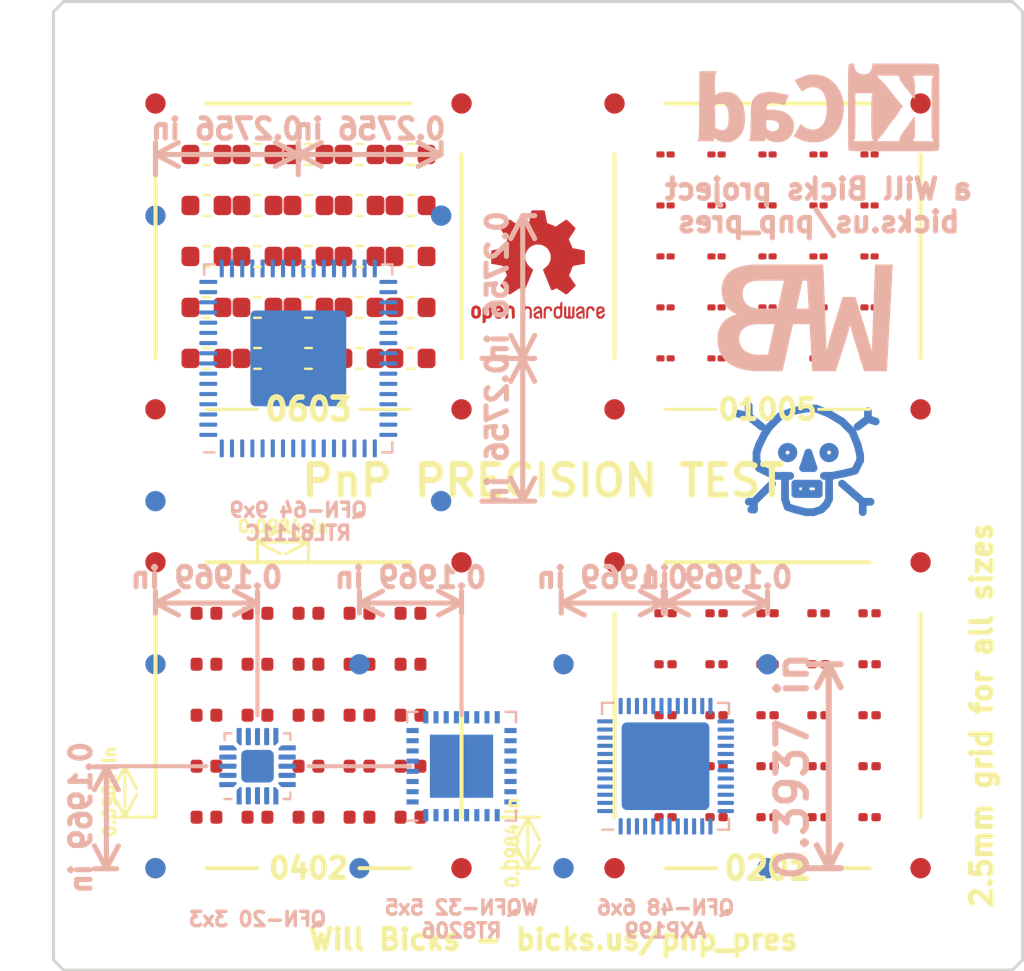
<source format=kicad_pcb>
(kicad_pcb (version 20171130) (host pcbnew "(5.0.0)")
  (layers (0 F.Cu signal) (31 B.Cu signal) (34 B.Paste user) (35 F.Paste user) (36 B.SilkS user) (37 F.SilkS user) (38 B.Mask user) (39 F.Mask user) (44 Edge.Cuts user))
  (net 0 "")
  (module Fiducials:Fiducial_1mm_Dia_2.54mm_Outer_CopperTop (layer B.Cu) (at 165 70.75)
    (fp_text reference REF** hide)
    (fp_text value Fiducial_1mm_Dia_2.54mm_Outer_CopperTop hide)
    (pad ~ smd circle (at 0 0) (size 1 1) (layers B.Cu B.Mask) (clearance 0.77))
  )
  (module Fiducials:Fiducial_1mm_Dia_2.54mm_Outer_CopperTop (layer B.Cu) (at 165 56.75)
    (fp_text reference REF** hide)
    (fp_text value Fiducial_1mm_Dia_2.54mm_Outer_CopperTop hide)
    (pad ~ smd circle (at 0 0) (size 1 1) (layers B.Cu B.Mask) (clearance 0.77))
  )
  (module Fiducials:Fiducial_1mm_Dia_2.54mm_Outer_CopperTop (layer B.Cu) (at 151 56.75)
    (fp_text reference REF** hide)
    (fp_text value Fiducial_1mm_Dia_2.54mm_Outer_CopperTop hide)
    (pad ~ smd circle (at 0 0) (size 1 1) (layers B.Cu B.Mask) (clearance 0.77))
  )
  (module Fiducials:Fiducial_1mm_Dia_2.54mm_Outer_CopperTop (layer B.Cu) (at 151 70.75)
    (fp_text reference REF** hide)
    (fp_text value Fiducial_1mm_Dia_2.54mm_Outer_CopperTop hide)
    (pad ~ smd circle (at 0 0) (size 1 1) (layers B.Cu B.Mask) (clearance 0.77))
  )
  (module Fiducials:Fiducial_1mm_Dia_2.54mm_Outer_CopperTop (layer B.Cu) (at 181 88.75)
    (fp_text reference REF** hide)
    (fp_text value Fiducial_1mm_Dia_2.54mm_Outer_CopperTop hide)
    (pad ~ smd circle (at 0 0) (size 1 1) (layers B.Cu B.Mask) (clearance 0.77))
  )
  (module Fiducials:Fiducial_1mm_Dia_2.54mm_Outer_CopperTop (layer B.Cu) (at 181 78.75)
    (fp_text reference REF** hide)
    (fp_text value Fiducial_1mm_Dia_2.54mm_Outer_CopperTop hide)
    (pad ~ smd circle (at 0 0) (size 1 1) (layers B.Cu B.Mask) (clearance 0.77))
  )
  (module Fiducials:Fiducial_1mm_Dia_2.54mm_Outer_CopperTop (layer B.Cu) (at 171 88.75)
    (fp_text reference REF** hide)
    (fp_text value Fiducial_1mm_Dia_2.54mm_Outer_CopperTop hide)
    (pad ~ smd circle (at 0 0) (size 1 1) (layers B.Cu B.Mask) (clearance 0.77))
  )
  (module Fiducials:Fiducial_1mm_Dia_2.54mm_Outer_CopperTop (layer B.Cu) (at 171 78.75)
    (fp_text reference REF** hide)
    (fp_text value Fiducial_1mm_Dia_2.54mm_Outer_CopperTop hide)
    (pad ~ smd circle (at 0 0) (size 1 1) (layers B.Cu B.Mask) (clearance 0.77))
  )
  (module Package_DFN_QFN:WQFN-32-1EP_5x5mm_P0.5mm_EP3.1x3.1mm (layer B.Cu) (at 166 83.75)
    (fp_text reference REF** hide)
    (fp_text value WQFN-32-1EP_5x5mm_P0.5mm_EP3.1x3.1mm hide)
    (pad 32 smd rect (at -1.75 2.4) (size 0.25 0.6) (layers B.Cu B.Paste B.Mask))
    (pad 31 smd rect (at -1.25 2.4) (size 0.25 0.6) (layers B.Cu B.Paste B.Mask))
    (pad 30 smd rect (at -0.75 2.4) (size 0.25 0.6) (layers B.Cu B.Paste B.Mask))
    (pad 29 smd rect (at -0.25 2.4) (size 0.25 0.6) (layers B.Cu B.Paste B.Mask))
    (pad 28 smd rect (at 0.25 2.4) (size 0.25 0.6) (layers B.Cu B.Paste B.Mask))
    (pad 27 smd rect (at 0.75 2.4) (size 0.25 0.6) (layers B.Cu B.Paste B.Mask))
    (pad 26 smd rect (at 1.25 2.4) (size 0.25 0.6) (layers B.Cu B.Paste B.Mask))
    (pad 25 smd rect (at 1.75 2.4) (size 0.25 0.6) (layers B.Cu B.Paste B.Mask))
    (pad 24 smd rect (at 2.4 1.75 270) (size 0.25 0.6) (layers B.Cu B.Paste B.Mask))
    (pad 23 smd rect (at 2.4 1.25 270) (size 0.25 0.6) (layers B.Cu B.Paste B.Mask))
    (pad 22 smd rect (at 2.4 0.75 270) (size 0.25 0.6) (layers B.Cu B.Paste B.Mask))
    (pad 21 smd rect (at 2.4 0.25 270) (size 0.25 0.6) (layers B.Cu B.Paste B.Mask))
    (pad 20 smd rect (at 2.4 -0.25 270) (size 0.25 0.6) (layers B.Cu B.Paste B.Mask))
    (pad 19 smd rect (at 2.4 -0.75 270) (size 0.25 0.6) (layers B.Cu B.Paste B.Mask))
    (pad 18 smd rect (at 2.4 -1.25 270) (size 0.25 0.6) (layers B.Cu B.Paste B.Mask))
    (pad 17 smd rect (at 2.4 -1.75 270) (size 0.25 0.6) (layers B.Cu B.Paste B.Mask))
    (pad 16 smd rect (at 1.75 -2.4) (size 0.25 0.6) (layers B.Cu B.Paste B.Mask))
    (pad 15 smd rect (at 1.25 -2.4) (size 0.25 0.6) (layers B.Cu B.Paste B.Mask))
    (pad 14 smd rect (at 0.75 -2.4) (size 0.25 0.6) (layers B.Cu B.Paste B.Mask))
    (pad 13 smd rect (at 0.25 -2.4) (size 0.25 0.6) (layers B.Cu B.Paste B.Mask))
    (pad 12 smd rect (at -0.25 -2.4) (size 0.25 0.6) (layers B.Cu B.Paste B.Mask))
    (pad 11 smd rect (at -0.75 -2.4) (size 0.25 0.6) (layers B.Cu B.Paste B.Mask))
    (pad 10 smd rect (at -1.25 -2.4) (size 0.25 0.6) (layers B.Cu B.Paste B.Mask))
    (pad 9 smd rect (at -1.75 -2.4) (size 0.25 0.6) (layers B.Cu B.Paste B.Mask))
    (pad 8 smd rect (at -2.4 -1.75 270) (size 0.25 0.6) (layers B.Cu B.Paste B.Mask))
    (pad 7 smd rect (at -2.4 -1.25 270) (size 0.25 0.6) (layers B.Cu B.Paste B.Mask))
    (pad 6 smd rect (at -2.4 -0.75 270) (size 0.25 0.6) (layers B.Cu B.Paste B.Mask))
    (pad 5 smd rect (at -2.4 -0.25 270) (size 0.25 0.6) (layers B.Cu B.Paste B.Mask))
    (pad 4 smd rect (at -2.4 0.25 270) (size 0.25 0.6) (layers B.Cu B.Paste B.Mask))
    (pad 3 smd rect (at -2.4 0.75 270) (size 0.25 0.6) (layers B.Cu B.Paste B.Mask))
    (pad 2 smd rect (at -2.4 1.25 270) (size 0.25 0.6) (layers B.Cu B.Paste B.Mask))
    (pad 1 smd rect (at -2.4 1.75 270) (size 0.25 0.6) (layers B.Cu B.Paste B.Mask))
    (pad 33 smd rect (at 0 0) (size 3.1 3.1) (layers B.Cu B.Mask))
  )
  (module Fiducials:Fiducial_1mm_Dia_2.54mm_Outer_CopperTop (layer B.Cu) (at 151 78.75)
    (fp_text reference REF** hide)
    (fp_text value Fiducial_1mm_Dia_2.54mm_Outer_CopperTop hide)
    (pad ~ smd circle (at 0 0) (size 1 1) (layers B.Cu B.Mask) (clearance 0.77))
  )
  (module Fiducials:Fiducial_1mm_Dia_2.54mm_Outer_CopperTop (layer B.Cu) (at 161 78.75)
    (fp_text reference REF** hide)
    (fp_text value Fiducial_1mm_Dia_2.54mm_Outer_CopperTop hide)
    (pad ~ smd circle (at 0 0) (size 1 1) (layers B.Cu B.Mask) (clearance 0.77))
  )
  (module Fiducials:Fiducial_1mm_Dia_2.54mm_Outer_CopperTop (layer B.Cu) (at 161 88.75)
    (fp_text reference REF** hide)
    (fp_text value Fiducial_1mm_Dia_2.54mm_Outer_CopperTop hide)
    (pad ~ smd circle (at 0 0) (size 1 1) (layers B.Cu B.Mask) (clearance 0.77))
  )
  (module Fiducials:Fiducial_1mm_Dia_2.54mm_Outer_CopperTop (layer B.Cu) (at 151 88.75)
    (fp_text reference REF** hide)
    (fp_text value Fiducial_1mm_Dia_2.54mm_Outer_CopperTop hide)
    (pad ~ smd circle (at 0 0) (size 1 1) (layers B.Cu B.Mask) (clearance 0.77))
  )
  (module Resistor_SMD:R_01005_0402Metric (layer F.Cu) (at 186 63.75)
    (fp_text reference REF** hide)
    (fp_text value R_01005_0402Metric hide)
    (pad 1 smd roundrect (at -0.25 0) (size 0.4 0.3) (layers F.Cu F.Mask))
    (pad 2 smd roundrect (at 0.25 0) (size 0.4 0.3) (layers F.Cu F.Mask))
  )
  (module Resistor_SMD:R_01005_0402Metric (layer F.Cu) (at 183.5 63.75)
    (fp_text reference REF** hide)
    (fp_text value R_01005_0402Metric hide)
    (pad 1 smd roundrect (at -0.25 0) (size 0.4 0.3) (layers F.Cu F.Mask))
    (pad 2 smd roundrect (at 0.25 0) (size 0.4 0.3) (layers F.Cu F.Mask))
  )
  (module Resistor_SMD:R_01005_0402Metric (layer F.Cu) (at 181 63.75)
    (fp_text reference REF** hide)
    (fp_text value R_01005_0402Metric hide)
    (pad 1 smd roundrect (at -0.25 0) (size 0.4 0.3) (layers F.Cu F.Mask))
    (pad 2 smd roundrect (at 0.25 0) (size 0.4 0.3) (layers F.Cu F.Mask))
  )
  (module Resistor_SMD:R_01005_0402Metric (layer F.Cu) (at 178.5 63.75)
    (fp_text reference REF** hide)
    (fp_text value R_01005_0402Metric hide)
    (pad 1 smd roundrect (at -0.25 0) (size 0.4 0.3) (layers F.Cu F.Mask))
    (pad 2 smd roundrect (at 0.25 0) (size 0.4 0.3) (layers F.Cu F.Mask))
  )
  (module Resistor_SMD:R_01005_0402Metric (layer F.Cu) (at 176 63.75)
    (fp_text reference REF** hide)
    (fp_text value R_01005_0402Metric hide)
    (pad 1 smd roundrect (at -0.25 0) (size 0.4 0.3) (layers F.Cu F.Mask))
    (pad 2 smd roundrect (at 0.25 0) (size 0.4 0.3) (layers F.Cu F.Mask))
  )
  (module Resistor_SMD:R_01005_0402Metric (layer F.Cu) (at 186 61.25)
    (fp_text reference REF** hide)
    (fp_text value R_01005_0402Metric hide)
    (pad 1 smd roundrect (at -0.25 0) (size 0.4 0.3) (layers F.Cu F.Mask))
    (pad 2 smd roundrect (at 0.25 0) (size 0.4 0.3) (layers F.Cu F.Mask))
  )
  (module Resistor_SMD:R_01005_0402Metric (layer F.Cu) (at 183.5 61.25)
    (fp_text reference REF** hide)
    (fp_text value R_01005_0402Metric hide)
    (pad 1 smd roundrect (at -0.25 0) (size 0.4 0.3) (layers F.Cu F.Mask))
    (pad 2 smd roundrect (at 0.25 0) (size 0.4 0.3) (layers F.Cu F.Mask))
  )
  (module Resistor_SMD:R_01005_0402Metric (layer F.Cu) (at 181 61.25)
    (fp_text reference REF** hide)
    (fp_text value R_01005_0402Metric hide)
    (pad 1 smd roundrect (at -0.25 0) (size 0.4 0.3) (layers F.Cu F.Mask))
    (pad 2 smd roundrect (at 0.25 0) (size 0.4 0.3) (layers F.Cu F.Mask))
  )
  (module Resistor_SMD:R_01005_0402Metric (layer F.Cu) (at 178.5 61.25)
    (fp_text reference REF** hide)
    (fp_text value R_01005_0402Metric hide)
    (pad 1 smd roundrect (at -0.25 0) (size 0.4 0.3) (layers F.Cu F.Mask))
    (pad 2 smd roundrect (at 0.25 0) (size 0.4 0.3) (layers F.Cu F.Mask))
  )
  (module Resistor_SMD:R_01005_0402Metric (layer F.Cu) (at 176 61.25)
    (fp_text reference REF** hide)
    (fp_text value R_01005_0402Metric hide)
    (pad 1 smd roundrect (at -0.25 0) (size 0.4 0.3) (layers F.Cu F.Mask))
    (pad 2 smd roundrect (at 0.25 0) (size 0.4 0.3) (layers F.Cu F.Mask))
  )
  (module Resistor_SMD:R_01005_0402Metric (layer F.Cu) (at 186 58.75)
    (fp_text reference REF** hide)
    (fp_text value R_01005_0402Metric hide)
    (pad 1 smd roundrect (at -0.25 0) (size 0.4 0.3) (layers F.Cu F.Mask))
    (pad 2 smd roundrect (at 0.25 0) (size 0.4 0.3) (layers F.Cu F.Mask))
  )
  (module Resistor_SMD:R_01005_0402Metric (layer F.Cu) (at 183.5 58.75)
    (fp_text reference REF** hide)
    (fp_text value R_01005_0402Metric hide)
    (pad 1 smd roundrect (at -0.25 0) (size 0.4 0.3) (layers F.Cu F.Mask))
    (pad 2 smd roundrect (at 0.25 0) (size 0.4 0.3) (layers F.Cu F.Mask))
  )
  (module Resistor_SMD:R_01005_0402Metric (layer F.Cu) (at 181 58.75)
    (fp_text reference REF** hide)
    (fp_text value R_01005_0402Metric hide)
    (pad 1 smd roundrect (at -0.25 0) (size 0.4 0.3) (layers F.Cu F.Mask))
    (pad 2 smd roundrect (at 0.25 0) (size 0.4 0.3) (layers F.Cu F.Mask))
  )
  (module Resistor_SMD:R_01005_0402Metric (layer F.Cu) (at 178.5 58.75)
    (fp_text reference REF** hide)
    (fp_text value R_01005_0402Metric hide)
    (pad 1 smd roundrect (at -0.25 0) (size 0.4 0.3) (layers F.Cu F.Mask))
    (pad 2 smd roundrect (at 0.25 0) (size 0.4 0.3) (layers F.Cu F.Mask))
  )
  (module Resistor_SMD:R_01005_0402Metric (layer F.Cu) (at 176 58.75)
    (fp_text reference REF** hide)
    (fp_text value R_01005_0402Metric hide)
    (pad 1 smd roundrect (at -0.25 0) (size 0.4 0.3) (layers F.Cu F.Mask))
    (pad 2 smd roundrect (at 0.25 0) (size 0.4 0.3) (layers F.Cu F.Mask))
  )
  (module Resistor_SMD:R_01005_0402Metric (layer F.Cu) (at 186 56.25)
    (fp_text reference REF** hide)
    (fp_text value R_01005_0402Metric hide)
    (pad 1 smd roundrect (at -0.25 0) (size 0.4 0.3) (layers F.Cu F.Mask))
    (pad 2 smd roundrect (at 0.25 0) (size 0.4 0.3) (layers F.Cu F.Mask))
  )
  (module Resistor_SMD:R_01005_0402Metric (layer F.Cu) (at 183.5 56.25)
    (fp_text reference REF** hide)
    (fp_text value R_01005_0402Metric hide)
    (pad 1 smd roundrect (at -0.25 0) (size 0.4 0.3) (layers F.Cu F.Mask))
    (pad 2 smd roundrect (at 0.25 0) (size 0.4 0.3) (layers F.Cu F.Mask))
  )
  (module Resistor_SMD:R_01005_0402Metric (layer F.Cu) (at 181 56.25)
    (fp_text reference REF** hide)
    (fp_text value R_01005_0402Metric hide)
    (pad 1 smd roundrect (at -0.25 0) (size 0.4 0.3) (layers F.Cu F.Mask))
    (pad 2 smd roundrect (at 0.25 0) (size 0.4 0.3) (layers F.Cu F.Mask))
  )
  (module Resistor_SMD:R_01005_0402Metric (layer F.Cu) (at 178.5 56.25)
    (fp_text reference REF** hide)
    (fp_text value R_01005_0402Metric hide)
    (pad 1 smd roundrect (at -0.25 0) (size 0.4 0.3) (layers F.Cu F.Mask))
    (pad 2 smd roundrect (at 0.25 0) (size 0.4 0.3) (layers F.Cu F.Mask))
  )
  (module Resistor_SMD:R_01005_0402Metric (layer F.Cu) (at 176 56.25)
    (fp_text reference REF** hide)
    (fp_text value R_01005_0402Metric hide)
    (pad 1 smd roundrect (at -0.25 0) (size 0.4 0.3) (layers F.Cu F.Mask))
    (pad 2 smd roundrect (at 0.25 0) (size 0.4 0.3) (layers F.Cu F.Mask))
  )
  (module Resistor_SMD:R_01005_0402Metric (layer F.Cu) (at 186 53.75)
    (fp_text reference REF** hide)
    (fp_text value R_01005_0402Metric hide)
    (pad 1 smd roundrect (at -0.25 0) (size 0.4 0.3) (layers F.Cu F.Mask))
    (pad 2 smd roundrect (at 0.25 0) (size 0.4 0.3) (layers F.Cu F.Mask))
  )
  (module Resistor_SMD:R_01005_0402Metric (layer F.Cu) (at 183.5 53.75)
    (fp_text reference REF** hide)
    (fp_text value R_01005_0402Metric hide)
    (pad 1 smd roundrect (at -0.25 0) (size 0.4 0.3) (layers F.Cu F.Mask))
    (pad 2 smd roundrect (at 0.25 0) (size 0.4 0.3) (layers F.Cu F.Mask))
  )
  (module Resistor_SMD:R_01005_0402Metric (layer F.Cu) (at 181 53.75)
    (fp_text reference REF** hide)
    (fp_text value R_01005_0402Metric hide)
    (pad 1 smd roundrect (at -0.25 0) (size 0.4 0.3) (layers F.Cu F.Mask))
    (pad 2 smd roundrect (at 0.25 0) (size 0.4 0.3) (layers F.Cu F.Mask))
  )
  (module Resistor_SMD:R_01005_0402Metric (layer F.Cu) (at 178.5 53.75)
    (fp_text reference REF** hide)
    (fp_text value R_01005_0402Metric hide)
    (pad 1 smd roundrect (at -0.25 0) (size 0.4 0.3) (layers F.Cu F.Mask))
    (pad 2 smd roundrect (at 0.25 0) (size 0.4 0.3) (layers F.Cu F.Mask))
  )
  (module Fiducials:Fiducial_1mm_Dia_2.54mm_Outer_CopperTop (layer F.Cu) (at 188.5 66.25)
    (fp_text reference REF** hide)
    (fp_text value Fiducial_1mm_Dia_2.54mm_Outer_CopperTop hide)
    (pad ~ smd circle (at 0 0) (size 1 1) (layers F.Cu F.Mask) (clearance 0.77))
  )
  (module Fiducials:Fiducial_1mm_Dia_2.54mm_Outer_CopperTop (layer F.Cu) (at 188.5 51.25)
    (fp_text reference REF** hide)
    (fp_text value Fiducial_1mm_Dia_2.54mm_Outer_CopperTop hide)
    (pad ~ smd circle (at 0 0) (size 1 1) (layers F.Cu F.Mask) (clearance 0.77))
  )
  (module Fiducials:Fiducial_1mm_Dia_2.54mm_Outer_CopperTop (layer F.Cu) (at 173.5 51.25)
    (fp_text reference REF** hide)
    (fp_text value Fiducial_1mm_Dia_2.54mm_Outer_CopperTop hide)
    (pad ~ smd circle (at 0 0) (size 1 1) (layers F.Cu F.Mask) (clearance 0.77))
  )
  (module Fiducials:Fiducial_1mm_Dia_2.54mm_Outer_CopperTop (layer F.Cu) (at 173.5 66.25)
    (fp_text reference REF** hide)
    (fp_text value Fiducial_1mm_Dia_2.54mm_Outer_CopperTop hide)
    (pad ~ smd circle (at 0 0) (size 1 1) (layers F.Cu F.Mask) (clearance 0.77))
  )
  (module Resistor_SMD:R_0603_1608Metric (layer F.Cu) (at 163.5 63.75)
    (fp_text reference REF** hide)
    (fp_text value R_0603_1608Metric hide)
    (pad 1 smd roundrect (at -0.7875 0) (size 0.875 0.95) (layers F.Cu F.Paste F.Mask))
    (pad 2 smd roundrect (at 0.7875 0) (size 0.875 0.95) (layers F.Cu F.Paste F.Mask))
  )
  (module Resistor_SMD:R_0603_1608Metric (layer F.Cu) (at 161 63.75)
    (fp_text reference REF** hide)
    (fp_text value R_0603_1608Metric hide)
    (pad 1 smd roundrect (at -0.7875 0) (size 0.875 0.95) (layers F.Cu F.Paste F.Mask))
    (pad 2 smd roundrect (at 0.7875 0) (size 0.875 0.95) (layers F.Cu F.Paste F.Mask))
  )
  (module Resistor_SMD:R_0603_1608Metric (layer F.Cu) (at 158.5 63.75)
    (fp_text reference REF** hide)
    (fp_text value R_0603_1608Metric hide)
    (pad 1 smd roundrect (at -0.7875 0) (size 0.875 0.95) (layers F.Cu F.Paste F.Mask))
    (pad 2 smd roundrect (at 0.7875 0) (size 0.875 0.95) (layers F.Cu F.Paste F.Mask))
  )
  (module Resistor_SMD:R_0603_1608Metric (layer F.Cu) (at 156 63.75)
    (fp_text reference REF** hide)
    (fp_text value R_0603_1608Metric hide)
    (pad 1 smd roundrect (at -0.7875 0) (size 0.875 0.95) (layers F.Cu F.Paste F.Mask))
    (pad 2 smd roundrect (at 0.7875 0) (size 0.875 0.95) (layers F.Cu F.Paste F.Mask))
  )
  (module Resistor_SMD:R_0603_1608Metric (layer F.Cu) (at 153.5 63.75)
    (fp_text reference REF** hide)
    (fp_text value R_0603_1608Metric hide)
    (pad 1 smd roundrect (at -0.7875 0) (size 0.875 0.95) (layers F.Cu F.Paste F.Mask))
    (pad 2 smd roundrect (at 0.7875 0) (size 0.875 0.95) (layers F.Cu F.Paste F.Mask))
  )
  (module Resistor_SMD:R_0603_1608Metric (layer F.Cu) (at 163.5 61.25)
    (fp_text reference REF** hide)
    (fp_text value R_0603_1608Metric hide)
    (pad 1 smd roundrect (at -0.7875 0) (size 0.875 0.95) (layers F.Cu F.Paste F.Mask))
    (pad 2 smd roundrect (at 0.7875 0) (size 0.875 0.95) (layers F.Cu F.Paste F.Mask))
  )
  (module Resistor_SMD:R_0603_1608Metric (layer F.Cu) (at 161 61.25)
    (fp_text reference REF** hide)
    (fp_text value R_0603_1608Metric hide)
    (pad 1 smd roundrect (at -0.7875 0) (size 0.875 0.95) (layers F.Cu F.Paste F.Mask))
    (pad 2 smd roundrect (at 0.7875 0) (size 0.875 0.95) (layers F.Cu F.Paste F.Mask))
  )
  (module Resistor_SMD:R_0603_1608Metric (layer F.Cu) (at 158.5 61.25)
    (fp_text reference REF** hide)
    (fp_text value R_0603_1608Metric hide)
    (pad 1 smd roundrect (at -0.7875 0) (size 0.875 0.95) (layers F.Cu F.Paste F.Mask))
    (pad 2 smd roundrect (at 0.7875 0) (size 0.875 0.95) (layers F.Cu F.Paste F.Mask))
  )
  (module Resistor_SMD:R_0603_1608Metric (layer F.Cu) (at 156 61.25)
    (fp_text reference REF** hide)
    (fp_text value R_0603_1608Metric hide)
    (pad 1 smd roundrect (at -0.7875 0) (size 0.875 0.95) (layers F.Cu F.Paste F.Mask))
    (pad 2 smd roundrect (at 0.7875 0) (size 0.875 0.95) (layers F.Cu F.Paste F.Mask))
  )
  (module Resistor_SMD:R_0603_1608Metric (layer F.Cu) (at 153.5 61.25)
    (fp_text reference REF** hide)
    (fp_text value R_0603_1608Metric hide)
    (pad 1 smd roundrect (at -0.7875 0) (size 0.875 0.95) (layers F.Cu F.Paste F.Mask))
    (pad 2 smd roundrect (at 0.7875 0) (size 0.875 0.95) (layers F.Cu F.Paste F.Mask))
  )
  (module Resistor_SMD:R_0603_1608Metric (layer F.Cu) (at 163.5 58.75)
    (fp_text reference REF** hide)
    (fp_text value R_0603_1608Metric hide)
    (pad 1 smd roundrect (at -0.7875 0) (size 0.875 0.95) (layers F.Cu F.Paste F.Mask))
    (pad 2 smd roundrect (at 0.7875 0) (size 0.875 0.95) (layers F.Cu F.Paste F.Mask))
  )
  (module Resistor_SMD:R_0603_1608Metric (layer F.Cu) (at 161 58.75)
    (fp_text reference REF** hide)
    (fp_text value R_0603_1608Metric hide)
    (pad 1 smd roundrect (at -0.7875 0) (size 0.875 0.95) (layers F.Cu F.Paste F.Mask))
    (pad 2 smd roundrect (at 0.7875 0) (size 0.875 0.95) (layers F.Cu F.Paste F.Mask))
  )
  (module Resistor_SMD:R_0603_1608Metric (layer F.Cu) (at 158.5 58.75)
    (fp_text reference REF** hide)
    (fp_text value R_0603_1608Metric hide)
    (pad 1 smd roundrect (at -0.7875 0) (size 0.875 0.95) (layers F.Cu F.Paste F.Mask))
    (pad 2 smd roundrect (at 0.7875 0) (size 0.875 0.95) (layers F.Cu F.Paste F.Mask))
  )
  (module Resistor_SMD:R_0603_1608Metric (layer F.Cu) (at 156 58.75)
    (fp_text reference REF** hide)
    (fp_text value R_0603_1608Metric hide)
    (pad 1 smd roundrect (at -0.7875 0) (size 0.875 0.95) (layers F.Cu F.Paste F.Mask))
    (pad 2 smd roundrect (at 0.7875 0) (size 0.875 0.95) (layers F.Cu F.Paste F.Mask))
  )
  (module Resistor_SMD:R_0603_1608Metric (layer F.Cu) (at 153.5 58.75)
    (fp_text reference REF** hide)
    (fp_text value R_0603_1608Metric hide)
    (pad 1 smd roundrect (at -0.7875 0) (size 0.875 0.95) (layers F.Cu F.Paste F.Mask))
    (pad 2 smd roundrect (at 0.7875 0) (size 0.875 0.95) (layers F.Cu F.Paste F.Mask))
  )
  (module Resistor_SMD:R_0603_1608Metric (layer F.Cu) (at 163.5 56.25)
    (fp_text reference REF** hide)
    (fp_text value R_0603_1608Metric hide)
    (pad 1 smd roundrect (at -0.7875 0) (size 0.875 0.95) (layers F.Cu F.Paste F.Mask))
    (pad 2 smd roundrect (at 0.7875 0) (size 0.875 0.95) (layers F.Cu F.Paste F.Mask))
  )
  (module Resistor_SMD:R_0603_1608Metric (layer F.Cu) (at 161 56.25)
    (fp_text reference REF** hide)
    (fp_text value R_0603_1608Metric hide)
    (pad 1 smd roundrect (at -0.7875 0) (size 0.875 0.95) (layers F.Cu F.Paste F.Mask))
    (pad 2 smd roundrect (at 0.7875 0) (size 0.875 0.95) (layers F.Cu F.Paste F.Mask))
  )
  (module Resistor_SMD:R_0603_1608Metric (layer F.Cu) (at 158.5 56.25)
    (fp_text reference REF** hide)
    (fp_text value R_0603_1608Metric hide)
    (pad 1 smd roundrect (at -0.7875 0) (size 0.875 0.95) (layers F.Cu F.Paste F.Mask))
    (pad 2 smd roundrect (at 0.7875 0) (size 0.875 0.95) (layers F.Cu F.Paste F.Mask))
  )
  (module Resistor_SMD:R_0603_1608Metric (layer F.Cu) (at 156 56.25)
    (fp_text reference REF** hide)
    (fp_text value R_0603_1608Metric hide)
    (pad 1 smd roundrect (at -0.7875 0) (size 0.875 0.95) (layers F.Cu F.Paste F.Mask))
    (pad 2 smd roundrect (at 0.7875 0) (size 0.875 0.95) (layers F.Cu F.Paste F.Mask))
  )
  (module Resistor_SMD:R_0603_1608Metric (layer F.Cu) (at 153.5 56.25)
    (fp_text reference REF** hide)
    (fp_text value R_0603_1608Metric hide)
    (pad 1 smd roundrect (at -0.7875 0) (size 0.875 0.95) (layers F.Cu F.Paste F.Mask))
    (pad 2 smd roundrect (at 0.7875 0) (size 0.875 0.95) (layers F.Cu F.Paste F.Mask))
  )
  (module Resistor_SMD:R_0603_1608Metric (layer F.Cu) (at 163.5 53.75)
    (fp_text reference REF** hide)
    (fp_text value R_0603_1608Metric hide)
    (pad 1 smd roundrect (at -0.7875 0) (size 0.875 0.95) (layers F.Cu F.Paste F.Mask))
    (pad 2 smd roundrect (at 0.7875 0) (size 0.875 0.95) (layers F.Cu F.Paste F.Mask))
  )
  (module Resistor_SMD:R_0603_1608Metric (layer F.Cu) (at 161 53.75)
    (fp_text reference REF** hide)
    (fp_text value R_0603_1608Metric hide)
    (pad 1 smd roundrect (at -0.7875 0) (size 0.875 0.95) (layers F.Cu F.Paste F.Mask))
    (pad 2 smd roundrect (at 0.7875 0) (size 0.875 0.95) (layers F.Cu F.Paste F.Mask))
  )
  (module Resistor_SMD:R_0603_1608Metric (layer F.Cu) (at 158.5 53.75)
    (fp_text reference REF** hide)
    (fp_text value R_0603_1608Metric hide)
    (pad 1 smd roundrect (at -0.7875 0) (size 0.875 0.95) (layers F.Cu F.Paste F.Mask))
    (pad 2 smd roundrect (at 0.7875 0) (size 0.875 0.95) (layers F.Cu F.Paste F.Mask))
  )
  (module Resistor_SMD:R_0603_1608Metric (layer F.Cu) (at 156 53.75)
    (fp_text reference REF** hide)
    (fp_text value R_0603_1608Metric hide)
    (pad 1 smd roundrect (at -0.7875 0) (size 0.875 0.95) (layers F.Cu F.Paste F.Mask))
    (pad 2 smd roundrect (at 0.7875 0) (size 0.875 0.95) (layers F.Cu F.Paste F.Mask))
  )
  (module Fiducials:Fiducial_1mm_Dia_2.54mm_Outer_CopperTop (layer F.Cu) (at 166 66.25)
    (fp_text reference REF** hide)
    (fp_text value Fiducial_1mm_Dia_2.54mm_Outer_CopperTop hide)
    (pad ~ smd circle (at 0 0) (size 1 1) (layers F.Cu F.Mask) (clearance 0.77))
  )
  (module Fiducials:Fiducial_1mm_Dia_2.54mm_Outer_CopperTop (layer F.Cu) (at 166 51.25 90)
    (fp_text reference REF** hide)
    (fp_text value Fiducial_1mm_Dia_2.54mm_Outer_CopperTop hide)
    (pad ~ smd circle (at 0 0 90) (size 1 1) (layers F.Cu F.Mask) (clearance 0.77))
  )
  (module Fiducials:Fiducial_1mm_Dia_2.54mm_Outer_CopperTop (layer F.Cu) (at 151 51.25)
    (fp_text reference REF** hide)
    (fp_text value Fiducial_1mm_Dia_2.54mm_Outer_CopperTop hide)
    (pad ~ smd circle (at 0 0) (size 1 1) (layers F.Cu F.Mask) (clearance 0.77))
  )
  (module Fiducials:Fiducial_1mm_Dia_2.54mm_Outer_CopperTop (layer F.Cu) (at 151 66.25)
    (fp_text reference REF** hide)
    (fp_text value Fiducial_1mm_Dia_2.54mm_Outer_CopperTop hide)
    (pad ~ smd circle (at 0 0) (size 1 1) (layers F.Cu F.Mask) (clearance 0.77))
  )
  (module Resistor_SMD:R_0201_0603Metric (layer F.Cu) (at 186 86.25)
    (fp_text reference REF** hide)
    (fp_text value R_0201_0603Metric hide)
    (pad 1 smd roundrect (at -0.32 0) (size 0.46 0.4) (layers F.Cu F.Mask))
    (pad 2 smd roundrect (at 0.32 0) (size 0.46 0.4) (layers F.Cu F.Mask))
  )
  (module Resistor_SMD:R_0201_0603Metric (layer F.Cu) (at 183.5 86.25)
    (fp_text reference REF** hide)
    (fp_text value R_0201_0603Metric hide)
    (pad 1 smd roundrect (at -0.32 0) (size 0.46 0.4) (layers F.Cu F.Mask))
    (pad 2 smd roundrect (at 0.32 0) (size 0.46 0.4) (layers F.Cu F.Mask))
  )
  (module Resistor_SMD:R_0201_0603Metric (layer F.Cu) (at 181 86.25)
    (fp_text reference REF** hide)
    (fp_text value R_0201_0603Metric hide)
    (pad 1 smd roundrect (at -0.32 0) (size 0.46 0.4) (layers F.Cu F.Mask))
    (pad 2 smd roundrect (at 0.32 0) (size 0.46 0.4) (layers F.Cu F.Mask))
  )
  (module Resistor_SMD:R_0201_0603Metric (layer F.Cu) (at 178.5 86.25)
    (fp_text reference REF** hide)
    (fp_text value R_0201_0603Metric hide)
    (pad 1 smd roundrect (at -0.32 0) (size 0.46 0.4) (layers F.Cu F.Mask))
    (pad 2 smd roundrect (at 0.32 0) (size 0.46 0.4) (layers F.Cu F.Mask))
  )
  (module Resistor_SMD:R_0201_0603Metric (layer F.Cu) (at 176 86.25)
    (fp_text reference REF** hide)
    (fp_text value R_0201_0603Metric hide)
    (pad 1 smd roundrect (at -0.32 0) (size 0.46 0.4) (layers F.Cu F.Mask))
    (pad 2 smd roundrect (at 0.32 0) (size 0.46 0.4) (layers F.Cu F.Mask))
  )
  (module Resistor_SMD:R_0201_0603Metric (layer F.Cu) (at 186 83.75)
    (fp_text reference REF** hide)
    (fp_text value R_0201_0603Metric hide)
    (pad 1 smd roundrect (at -0.32 0) (size 0.46 0.4) (layers F.Cu F.Mask))
    (pad 2 smd roundrect (at 0.32 0) (size 0.46 0.4) (layers F.Cu F.Mask))
  )
  (module Resistor_SMD:R_0201_0603Metric (layer F.Cu) (at 183.5 83.75)
    (fp_text reference REF** hide)
    (fp_text value R_0201_0603Metric hide)
    (pad 1 smd roundrect (at -0.32 0) (size 0.46 0.4) (layers F.Cu F.Mask))
    (pad 2 smd roundrect (at 0.32 0) (size 0.46 0.4) (layers F.Cu F.Mask))
  )
  (module Resistor_SMD:R_0201_0603Metric (layer F.Cu) (at 181 83.75)
    (fp_text reference REF** hide)
    (fp_text value R_0201_0603Metric hide)
    (pad 1 smd roundrect (at -0.32 0) (size 0.46 0.4) (layers F.Cu F.Mask))
    (pad 2 smd roundrect (at 0.32 0) (size 0.46 0.4) (layers F.Cu F.Mask))
  )
  (module Resistor_SMD:R_0201_0603Metric (layer F.Cu) (at 178.5 83.75)
    (fp_text reference REF** hide)
    (fp_text value R_0201_0603Metric hide)
    (pad 1 smd roundrect (at -0.32 0) (size 0.46 0.4) (layers F.Cu F.Mask))
    (pad 2 smd roundrect (at 0.32 0) (size 0.46 0.4) (layers F.Cu F.Mask))
  )
  (module Resistor_SMD:R_0201_0603Metric (layer F.Cu) (at 176 83.75)
    (fp_text reference REF** hide)
    (fp_text value R_0201_0603Metric hide)
    (pad 1 smd roundrect (at -0.32 0) (size 0.46 0.4) (layers F.Cu F.Mask))
    (pad 2 smd roundrect (at 0.32 0) (size 0.46 0.4) (layers F.Cu F.Mask))
  )
  (module Resistor_SMD:R_0201_0603Metric (layer F.Cu) (at 186 81.25)
    (fp_text reference REF** hide)
    (fp_text value R_0201_0603Metric hide)
    (pad 1 smd roundrect (at -0.32 0) (size 0.46 0.4) (layers F.Cu F.Mask))
    (pad 2 smd roundrect (at 0.32 0) (size 0.46 0.4) (layers F.Cu F.Mask))
  )
  (module Resistor_SMD:R_0201_0603Metric (layer F.Cu) (at 183.5 81.25)
    (fp_text reference REF** hide)
    (fp_text value R_0201_0603Metric hide)
    (pad 1 smd roundrect (at -0.32 0) (size 0.46 0.4) (layers F.Cu F.Mask))
    (pad 2 smd roundrect (at 0.32 0) (size 0.46 0.4) (layers F.Cu F.Mask))
  )
  (module Resistor_SMD:R_0201_0603Metric (layer F.Cu) (at 181 81.25)
    (fp_text reference REF** hide)
    (fp_text value R_0201_0603Metric hide)
    (pad 1 smd roundrect (at -0.32 0) (size 0.46 0.4) (layers F.Cu F.Mask))
    (pad 2 smd roundrect (at 0.32 0) (size 0.46 0.4) (layers F.Cu F.Mask))
  )
  (module Resistor_SMD:R_0201_0603Metric (layer F.Cu) (at 178.5 81.25)
    (fp_text reference REF** hide)
    (fp_text value R_0201_0603Metric hide)
    (pad 1 smd roundrect (at -0.32 0) (size 0.46 0.4) (layers F.Cu F.Mask))
    (pad 2 smd roundrect (at 0.32 0) (size 0.46 0.4) (layers F.Cu F.Mask))
  )
  (module Resistor_SMD:R_0201_0603Metric (layer F.Cu) (at 176 81.25)
    (fp_text reference REF** hide)
    (fp_text value R_0201_0603Metric hide)
    (pad 1 smd roundrect (at -0.32 0) (size 0.46 0.4) (layers F.Cu F.Mask))
    (pad 2 smd roundrect (at 0.32 0) (size 0.46 0.4) (layers F.Cu F.Mask))
  )
  (module Resistor_SMD:R_0201_0603Metric (layer F.Cu) (at 186 78.75)
    (fp_text reference REF** hide)
    (fp_text value R_0201_0603Metric hide)
    (pad 1 smd roundrect (at -0.32 0) (size 0.46 0.4) (layers F.Cu F.Mask))
    (pad 2 smd roundrect (at 0.32 0) (size 0.46 0.4) (layers F.Cu F.Mask))
  )
  (module Resistor_SMD:R_0201_0603Metric (layer F.Cu) (at 183.5 78.75)
    (fp_text reference REF** hide)
    (fp_text value R_0201_0603Metric hide)
    (pad 1 smd roundrect (at -0.32 0) (size 0.46 0.4) (layers F.Cu F.Mask))
    (pad 2 smd roundrect (at 0.32 0) (size 0.46 0.4) (layers F.Cu F.Mask))
  )
  (module Resistor_SMD:R_0201_0603Metric (layer F.Cu) (at 181 78.75)
    (fp_text reference REF** hide)
    (fp_text value R_0201_0603Metric hide)
    (pad 1 smd roundrect (at -0.32 0) (size 0.46 0.4) (layers F.Cu F.Mask))
    (pad 2 smd roundrect (at 0.32 0) (size 0.46 0.4) (layers F.Cu F.Mask))
  )
  (module Resistor_SMD:R_0201_0603Metric (layer F.Cu) (at 178.5 78.75)
    (fp_text reference REF** hide)
    (fp_text value R_0201_0603Metric hide)
    (pad 1 smd roundrect (at -0.32 0) (size 0.46 0.4) (layers F.Cu F.Mask))
    (pad 2 smd roundrect (at 0.32 0) (size 0.46 0.4) (layers F.Cu F.Mask))
  )
  (module Resistor_SMD:R_0201_0603Metric (layer F.Cu) (at 176 78.75)
    (fp_text reference REF** hide)
    (fp_text value R_0201_0603Metric hide)
    (pad 1 smd roundrect (at -0.32 0) (size 0.46 0.4) (layers F.Cu F.Mask))
    (pad 2 smd roundrect (at 0.32 0) (size 0.46 0.4) (layers F.Cu F.Mask))
  )
  (module Resistor_SMD:R_0201_0603Metric (layer F.Cu) (at 186 76.25)
    (fp_text reference REF** hide)
    (fp_text value R_0201_0603Metric hide)
    (pad 1 smd roundrect (at -0.32 0) (size 0.46 0.4) (layers F.Cu F.Mask))
    (pad 2 smd roundrect (at 0.32 0) (size 0.46 0.4) (layers F.Cu F.Mask))
  )
  (module Resistor_SMD:R_0201_0603Metric (layer F.Cu) (at 183.5 76.25)
    (fp_text reference REF** hide)
    (fp_text value R_0201_0603Metric hide)
    (pad 1 smd roundrect (at -0.32 0) (size 0.46 0.4) (layers F.Cu F.Mask))
    (pad 2 smd roundrect (at 0.32 0) (size 0.46 0.4) (layers F.Cu F.Mask))
  )
  (module Resistor_SMD:R_0201_0603Metric (layer F.Cu) (at 181 76.25)
    (fp_text reference REF** hide)
    (fp_text value R_0201_0603Metric hide)
    (pad 1 smd roundrect (at -0.32 0) (size 0.46 0.4) (layers F.Cu F.Mask))
    (pad 2 smd roundrect (at 0.32 0) (size 0.46 0.4) (layers F.Cu F.Mask))
  )
  (module Resistor_SMD:R_0201_0603Metric (layer F.Cu) (at 178.5 76.25)
    (fp_text reference REF** hide)
    (fp_text value R_0201_0603Metric hide)
    (pad 1 smd roundrect (at -0.32 0) (size 0.46 0.4) (layers F.Cu F.Mask))
    (pad 2 smd roundrect (at 0.32 0) (size 0.46 0.4) (layers F.Cu F.Mask))
  )
  (module Fiducials:Fiducial_1mm_Dia_2.54mm_Outer_CopperTop (layer F.Cu) (at 173.5 88.75)
    (fp_text reference REF** hide)
    (fp_text value Fiducial_1mm_Dia_2.54mm_Outer_CopperTop hide)
    (pad ~ smd circle (at 0 0) (size 1 1) (layers F.Cu F.Mask) (clearance 0.77))
  )
  (module Fiducials:Fiducial_1mm_Dia_2.54mm_Outer_CopperTop (layer F.Cu) (at 173.5 73.75)
    (fp_text reference REF** hide)
    (fp_text value Fiducial_1mm_Dia_2.54mm_Outer_CopperTop hide)
    (pad ~ smd circle (at 0 0) (size 1 1) (layers F.Cu F.Mask) (clearance 0.77))
  )
  (module Fiducials:Fiducial_1mm_Dia_2.54mm_Outer_CopperTop (layer F.Cu) (at 188.5 73.75)
    (fp_text reference REF** hide)
    (fp_text value Fiducial_1mm_Dia_2.54mm_Outer_CopperTop hide)
    (pad ~ smd circle (at 0 0) (size 1 1) (layers F.Cu F.Mask) (clearance 0.77))
  )
  (module Fiducials:Fiducial_1mm_Dia_2.54mm_Outer_CopperTop (layer F.Cu) (at 188.5 88.75)
    (fp_text reference REF** hide)
    (fp_text value Fiducial_1mm_Dia_2.54mm_Outer_CopperTop hide)
    (pad ~ smd circle (at 0 0) (size 1 1) (layers F.Cu F.Mask) (clearance 0.77))
  )
  (module Resistor_SMD:R_0402_1005Metric (layer F.Cu) (at 163.5 86.25)
    (fp_text reference 1 hide)
    (fp_text value R_0402_1005Metric hide)
    (pad 2 smd roundrect (at 0.485 0) (size 0.59 0.64) (layers F.Cu F.Paste F.Mask))
    (pad 1 smd roundrect (at -0.485 0) (size 0.59 0.64) (layers F.Cu F.Paste F.Mask))
  )
  (module Resistor_SMD:R_0402_1005Metric (layer F.Cu) (at 161 86.25)
    (fp_text reference 1 hide)
    (fp_text value R_0402_1005Metric hide)
    (pad 2 smd roundrect (at 0.485 0) (size 0.59 0.64) (layers F.Cu F.Paste F.Mask))
    (pad 1 smd roundrect (at -0.485 0) (size 0.59 0.64) (layers F.Cu F.Paste F.Mask))
  )
  (module Resistor_SMD:R_0402_1005Metric (layer F.Cu) (at 158.5 86.25)
    (fp_text reference 1 hide)
    (fp_text value R_0402_1005Metric hide)
    (pad 2 smd roundrect (at 0.485 0) (size 0.59 0.64) (layers F.Cu F.Paste F.Mask))
    (pad 1 smd roundrect (at -0.485 0) (size 0.59 0.64) (layers F.Cu F.Paste F.Mask))
  )
  (module Resistor_SMD:R_0402_1005Metric (layer F.Cu) (at 156 86.25)
    (fp_text reference 1 hide)
    (fp_text value R_0402_1005Metric hide)
    (pad 2 smd roundrect (at 0.485 0) (size 0.59 0.64) (layers F.Cu F.Paste F.Mask))
    (pad 1 smd roundrect (at -0.485 0) (size 0.59 0.64) (layers F.Cu F.Paste F.Mask))
  )
  (module Resistor_SMD:R_0402_1005Metric (layer F.Cu) (at 153.5 86.25)
    (fp_text reference 1 hide)
    (fp_text value R_0402_1005Metric hide)
    (pad 2 smd roundrect (at 0.485 0) (size 0.59 0.64) (layers F.Cu F.Paste F.Mask))
    (pad 1 smd roundrect (at -0.485 0) (size 0.59 0.64) (layers F.Cu F.Paste F.Mask))
  )
  (module Resistor_SMD:R_0402_1005Metric (layer F.Cu) (at 163.5 83.75)
    (fp_text reference 1 hide)
    (fp_text value R_0402_1005Metric hide)
    (pad 2 smd roundrect (at 0.485 0) (size 0.59 0.64) (layers F.Cu F.Paste F.Mask))
    (pad 1 smd roundrect (at -0.485 0) (size 0.59 0.64) (layers F.Cu F.Paste F.Mask))
  )
  (module Resistor_SMD:R_0402_1005Metric (layer F.Cu) (at 161 83.75)
    (fp_text reference 1 hide)
    (fp_text value R_0402_1005Metric hide)
    (pad 2 smd roundrect (at 0.485 0) (size 0.59 0.64) (layers F.Cu F.Paste F.Mask))
    (pad 1 smd roundrect (at -0.485 0) (size 0.59 0.64) (layers F.Cu F.Paste F.Mask))
  )
  (module Resistor_SMD:R_0402_1005Metric (layer F.Cu) (at 158.5 83.75)
    (fp_text reference 1 hide)
    (fp_text value R_0402_1005Metric hide)
    (pad 2 smd roundrect (at 0.485 0) (size 0.59 0.64) (layers F.Cu F.Paste F.Mask))
    (pad 1 smd roundrect (at -0.485 0) (size 0.59 0.64) (layers F.Cu F.Paste F.Mask))
  )
  (module Resistor_SMD:R_0402_1005Metric (layer F.Cu) (at 156 83.75)
    (fp_text reference 1 hide)
    (fp_text value R_0402_1005Metric hide)
    (pad 2 smd roundrect (at 0.485 0) (size 0.59 0.64) (layers F.Cu F.Paste F.Mask))
    (pad 1 smd roundrect (at -0.485 0) (size 0.59 0.64) (layers F.Cu F.Paste F.Mask))
  )
  (module Resistor_SMD:R_0402_1005Metric (layer F.Cu) (at 153.5 83.75)
    (fp_text reference 1 hide)
    (fp_text value R_0402_1005Metric hide)
    (pad 2 smd roundrect (at 0.485 0) (size 0.59 0.64) (layers F.Cu F.Paste F.Mask))
    (pad 1 smd roundrect (at -0.485 0) (size 0.59 0.64) (layers F.Cu F.Paste F.Mask))
  )
  (module Resistor_SMD:R_0402_1005Metric (layer F.Cu) (at 163.5 81.25)
    (fp_text reference 1 hide)
    (fp_text value R_0402_1005Metric hide)
    (pad 2 smd roundrect (at 0.485 0) (size 0.59 0.64) (layers F.Cu F.Paste F.Mask))
    (pad 1 smd roundrect (at -0.485 0) (size 0.59 0.64) (layers F.Cu F.Paste F.Mask))
  )
  (module Resistor_SMD:R_0402_1005Metric (layer F.Cu) (at 161 81.25)
    (fp_text reference 1 hide)
    (fp_text value R_0402_1005Metric hide)
    (pad 2 smd roundrect (at 0.485 0) (size 0.59 0.64) (layers F.Cu F.Paste F.Mask))
    (pad 1 smd roundrect (at -0.485 0) (size 0.59 0.64) (layers F.Cu F.Paste F.Mask))
  )
  (module Resistor_SMD:R_0402_1005Metric (layer F.Cu) (at 158.5 81.25)
    (fp_text reference 1 hide)
    (fp_text value R_0402_1005Metric hide)
    (pad 2 smd roundrect (at 0.485 0) (size 0.59 0.64) (layers F.Cu F.Paste F.Mask))
    (pad 1 smd roundrect (at -0.485 0) (size 0.59 0.64) (layers F.Cu F.Paste F.Mask))
  )
  (module Resistor_SMD:R_0402_1005Metric (layer F.Cu) (at 156 81.25)
    (fp_text reference 1 hide)
    (fp_text value R_0402_1005Metric hide)
    (pad 2 smd roundrect (at 0.485 0) (size 0.59 0.64) (layers F.Cu F.Paste F.Mask))
    (pad 1 smd roundrect (at -0.485 0) (size 0.59 0.64) (layers F.Cu F.Paste F.Mask))
  )
  (module Resistor_SMD:R_0402_1005Metric (layer F.Cu) (at 153.5 81.25)
    (fp_text reference 1 hide)
    (fp_text value R_0402_1005Metric hide)
    (pad 2 smd roundrect (at 0.485 0) (size 0.59 0.64) (layers F.Cu F.Paste F.Mask))
    (pad 1 smd roundrect (at -0.485 0) (size 0.59 0.64) (layers F.Cu F.Paste F.Mask))
  )
  (module Resistor_SMD:R_0402_1005Metric (layer F.Cu) (at 163.5 78.75)
    (fp_text reference 1 hide)
    (fp_text value R_0402_1005Metric hide)
    (pad 2 smd roundrect (at 0.485 0) (size 0.59 0.64) (layers F.Cu F.Paste F.Mask))
    (pad 1 smd roundrect (at -0.485 0) (size 0.59 0.64) (layers F.Cu F.Paste F.Mask))
  )
  (module Resistor_SMD:R_0402_1005Metric (layer F.Cu) (at 161 78.75)
    (fp_text reference 1 hide)
    (fp_text value R_0402_1005Metric hide)
    (pad 2 smd roundrect (at 0.485 0) (size 0.59 0.64) (layers F.Cu F.Paste F.Mask))
    (pad 1 smd roundrect (at -0.485 0) (size 0.59 0.64) (layers F.Cu F.Paste F.Mask))
  )
  (module Resistor_SMD:R_0402_1005Metric (layer F.Cu) (at 158.5 78.75)
    (fp_text reference 1 hide)
    (fp_text value R_0402_1005Metric hide)
    (pad 2 smd roundrect (at 0.485 0) (size 0.59 0.64) (layers F.Cu F.Paste F.Mask))
    (pad 1 smd roundrect (at -0.485 0) (size 0.59 0.64) (layers F.Cu F.Paste F.Mask))
  )
  (module Resistor_SMD:R_0402_1005Metric (layer F.Cu) (at 156 78.75)
    (fp_text reference 1 hide)
    (fp_text value R_0402_1005Metric hide)
    (pad 2 smd roundrect (at 0.485 0) (size 0.59 0.64) (layers F.Cu F.Paste F.Mask))
    (pad 1 smd roundrect (at -0.485 0) (size 0.59 0.64) (layers F.Cu F.Paste F.Mask))
  )
  (module Resistor_SMD:R_0402_1005Metric (layer F.Cu) (at 153.5 78.75)
    (fp_text reference 1 hide)
    (fp_text value R_0402_1005Metric hide)
    (pad 2 smd roundrect (at 0.485 0) (size 0.59 0.64) (layers F.Cu F.Paste F.Mask))
    (pad 1 smd roundrect (at -0.485 0) (size 0.59 0.64) (layers F.Cu F.Paste F.Mask))
  )
  (module Resistor_SMD:R_0402_1005Metric (layer F.Cu) (at 163.5 76.25)
    (fp_text reference 1 hide)
    (fp_text value R_0402_1005Metric hide)
    (pad 2 smd roundrect (at 0.485 0) (size 0.59 0.64) (layers F.Cu F.Paste F.Mask))
    (pad 1 smd roundrect (at -0.485 0) (size 0.59 0.64) (layers F.Cu F.Paste F.Mask))
  )
  (module Resistor_SMD:R_0402_1005Metric (layer F.Cu) (at 161 76.25)
    (fp_text reference 1 hide)
    (fp_text value R_0402_1005Metric hide)
    (pad 2 smd roundrect (at 0.485 0) (size 0.59 0.64) (layers F.Cu F.Paste F.Mask))
    (pad 1 smd roundrect (at -0.485 0) (size 0.59 0.64) (layers F.Cu F.Paste F.Mask))
  )
  (module Resistor_SMD:R_0402_1005Metric (layer F.Cu) (at 158.5 76.25)
    (fp_text reference 1 hide)
    (fp_text value R_0402_1005Metric hide)
    (pad 2 smd roundrect (at 0.485 0) (size 0.59 0.64) (layers F.Cu F.Paste F.Mask))
    (pad 1 smd roundrect (at -0.485 0) (size 0.59 0.64) (layers F.Cu F.Paste F.Mask))
  )
  (module Resistor_SMD:R_0402_1005Metric (layer F.Cu) (at 156 76.25)
    (fp_text reference 1 hide)
    (fp_text value R_0402_1005Metric hide)
    (pad 2 smd roundrect (at 0.485 0) (size 0.59 0.64) (layers F.Cu F.Paste F.Mask))
    (pad 1 smd roundrect (at -0.485 0) (size 0.59 0.64) (layers F.Cu F.Paste F.Mask))
  )
  (module Fiducials:Fiducial_1mm_Dia_2.54mm_Outer_CopperTop (layer F.Cu) (at 151 73.75)
    (fp_text reference REF** hide)
    (fp_text value Fiducial_1mm_Dia_2.54mm_Outer_CopperTop hide)
    (pad ~ smd circle (at 0 0) (size 1 1) (layers F.Cu F.Mask) (clearance 0.77))
  )
  (module Fiducials:Fiducial_1mm_Dia_2.54mm_Outer_CopperTop (layer F.Cu) (at 166 73.75)
    (fp_text reference REF** hide)
    (fp_text value Fiducial_1mm_Dia_2.54mm_Outer_CopperTop hide)
    (pad ~ smd circle (at 0 0) (size 1 1) (layers F.Cu F.Mask) (clearance 0.77))
  )
  (module Fiducials:Fiducial_1mm_Dia_2.54mm_Outer_CopperTop (layer F.Cu) (at 166 88.75)
    (fp_text reference REF** hide)
    (fp_text value Fiducial_1mm_Dia_2.54mm_Outer_CopperTop hide)
    (pad ~ smd circle (at 0 0) (size 1 1) (layers F.Cu F.Mask) (clearance 0.77))
  )
  (module Resistor_SMD:R_0402_1005Metric (layer F.Cu) (at 153.5 76.25)
    (fp_text reference 1 hide)
    (fp_text value R_0402_1005Metric hide)
    (pad 1 smd roundrect (at -0.485 0) (size 0.59 0.64) (layers F.Cu F.Paste F.Mask))
    (pad 2 smd roundrect (at 0.485 0) (size 0.59 0.64) (layers F.Cu F.Paste F.Mask))
  )
  (module Fiducials:Fiducial_1mm_Dia_2.54mm_Outer_CopperTop (layer F.Cu) (at 151 88.75)
    (fp_text reference REF** hide)
    (fp_text value Fiducial_1mm_Dia_2.54mm_Outer_CopperTop hide)
    (pad ~ smd circle (at 0 0) (size 1 1) (layers F.Cu F.Mask) (clearance 0.77))
  )
  (module Resistor_SMD:R_0201_0603Metric (layer F.Cu) (at 176 76.25)
    (fp_text reference REF** hide)
    (fp_text value R_0201_0603Metric hide)
    (pad 2 smd roundrect (at 0.32 0) (size 0.46 0.4) (layers F.Cu F.Mask))
    (pad 1 smd roundrect (at -0.32 0) (size 0.46 0.4) (layers F.Cu F.Mask))
  )
  (module Resistor_SMD:R_0603_1608Metric (layer F.Cu) (at 153.5 53.75)
    (fp_text reference REF** hide)
    (fp_text value R_0603_1608Metric hide)
    (pad 2 smd roundrect (at 0.7875 0) (size 0.875 0.95) (layers F.Cu F.Paste F.Mask))
    (pad 1 smd roundrect (at -0.7875 0) (size 0.875 0.95) (layers F.Cu F.Paste F.Mask))
  )
  (module Resistor_SMD:R_01005_0402Metric (layer F.Cu) (at 176 53.75)
    (fp_text reference REF** hide)
    (fp_text value R_01005_0402Metric hide)
    (pad 2 smd roundrect (at 0.25 0) (size 0.4 0.3) (layers F.Cu F.Mask))
    (pad 1 smd roundrect (at -0.25 0) (size 0.4 0.3) (layers F.Cu F.Mask))
  )
  (module Symbols:OSHW-Logo2_7.3x6mm_Copper (layer F.Cu) (at 169.75 59.25)
    (fp_text reference REF*** hide)
    (fp_text value OSHW-Logo2_7.3x6mm_Copper hide)
    (fp_poly (pts (xy 0.10391 -2.757652) (xy 0.182454 -2.757222) (xy 0.239298 -2.756058) (xy 0.278105 -2.753793) (xy 0.302538 -2.75006) (xy 0.316262 -2.744494) (xy 0.32294 -2.736727) (xy 0.326236 -2.726395) (xy 0.326556 -2.725057) (xy 0.331562 -2.700921) (xy 0.340829 -2.653299) (xy 0.353392 -2.587259) (xy 0.368287 -2.507872) (xy 0.384551 -2.420204) (xy 0.385119 -2.417125) (xy 0.40141 -2.331211) (xy 0.416652 -2.255304) (xy 0.429861 -2.193955) (xy 0.440054 -2.151718) (xy 0.446248 -2.133145) (xy 0.446543 -2.132816) (xy 0.464788 -2.123747) (xy 0.502405 -2.108633) (xy 0.551271 -2.090738) (xy 0.551543 -2.090642) (xy 0.613093 -2.067507) (xy 0.685657 -2.038035) (xy 0.754057 -2.008403) (xy 0.757294 -2.006938) (xy 0.868702 -1.956374) (xy 1.115399 -2.12484) (xy 1.191077 -2.176197) (xy 1.259631 -2.222111) (xy 1.317088 -2.25997) (xy 1.359476 -2.287163) (xy 1.382825 -2.301079) (xy 1.385042 -2.302111) (xy 1.40201 -2.297516) (xy 1.433701 -2.275345) (xy 1.481352 -2.234553) (xy 1.546198 -2.174095) (xy 1.612397 -2.109773) (xy 1.676214 -2.046388) (xy 1.733329 -1.988549) (xy 1.780305 -1.939825) (xy 1.813703 -1.90379) (xy 1.830085 -1.884016) (xy 1.830694 -1.882998) (xy 1.832505 -1.869428) (xy 1.825683 -1.847267) (xy 1.80854 -1.813522) (xy 1.779393 -1.7652) (xy 1.736555 -1.699308) (xy 1.679448 -1.614483) (xy 1.628766 -1.539823) (xy 1.583461 -1.47286) (xy 1.54615 -1.417484) (xy 1.519452 -1.37758) (xy 1.505985 -1.357038) (xy 1.505137 -1.355644) (xy 1.506781 -1.335962) (xy 1.519245 -1.297707) (xy 1.540048 -1.248111) (xy 1.547462 -1.232272) (xy 1.579814 -1.16171) (xy 1.614328 -1.081647) (xy 1.642365 -1.012371) (xy 1.662568 -0.960955) (xy 1.678615 -0.921881) (xy 1.687888 -0.901459) (xy 1.689041 -0.899886) (xy 1.706096 -0.897279) (xy 1.746298 -0.890137) (xy 1.804302 -0.879477) (xy 1.874763 -0.866315) (xy 1.952335 -0.851667) (xy 2.031672 -0.836551) (xy 2.107431 -0.821982) (xy 2.174264 -0.808978) (xy 2.226828 -0.798555) (xy 2.259776 -0.79173) (xy 2.267857 -0.789801) (xy 2.276205 -0.785038) (xy 2.282506 -0.774282) (xy 2.287045 -0.753902) (xy 2.290104 -0.720266) (xy 2.291967 -0.669745) (xy 2.292918 -0.598708) (xy 2.29324 -0.503524) (xy 2.293257 -0.464508) (xy 2.293257 -0.147201) (xy 2.217057 -0.132161) (xy 2.174663 -0.124005) (xy 2.1114 -0.112101) (xy 2.034962 -0.097884) (xy 1.953043 -0.08279) (xy 1.9304 -0.078645) (xy 1.854806 -0.063947) (xy 1.788953 -0.049495) (xy 1.738366 -0.036625) (xy 1.708574 -0.026678) (xy 1.703612 -0.023713) (xy 1.691426 -0.002717) (xy 1.673953 0.037967) (xy 1.654577 0.090322) (xy 1.650734 0.1016) (xy 1.625339 0.171523) (xy 1.593817 0.250418) (xy 1.562969 0.321266) (xy 1.562817 0.321595) (xy 1.511447 0.432733) (xy 1.680399 0.681253) (xy 1.849352 0.929772) (xy 1.632429 1.147058) (xy 1.566819 1.211726) (xy 1.506979 1.268733) (xy 1.456267 1.315033) (xy 1.418046 1.347584) (xy 1.395675 1.363343) (xy 1.392466 1.364343) (xy 1.373626 1.356469) (xy 1.33518 1.334578) (xy 1.28133 1.301267) (xy 1.216276 1.259131) (xy 1.14594 1.211943) (xy 1.074555 1.16381) (xy 1.010908 1.121928) (xy 0.959041 1.088871) (xy 0.922995 1.067218) (xy 0.906867 1.059543) (xy 0.887189 1.066037) (xy 0.849875 1.08315) (xy 0.802621 1.107326) (xy 0.797612 1.110013) (xy 0.733977 1.141927) (xy 0.690341 1.157579) (xy 0.663202 1.157745) (xy 0.649057 1.143204) (xy 0.648975 1.143) (xy 0.641905 1.125779) (xy 0.625042 1.084899) (xy 0.599695 1.023525) (xy 0.567171 0.944819) (xy 0.528778 0.851947) (xy 0.485822 0.748072) (xy 0.444222 0.647502) (xy 0.398504 0.536516) (xy 0.356526 0.433703) (xy 0.319548 0.342215) (xy 0.288827 0.265201) (xy 0.265622 0.205815) (xy 0.25119 0.167209) (xy 0.246743 0.1528) (xy 0.257896 0.136272) (xy 0.287069 0.10993) (xy 0.325971 0.080887) (xy 0.436757 -0.010961) (xy 0.523351 -0.116241) (xy 0.584716 -0.232734) (xy 0.619815 -0.358224) (xy 0.627608 -0.490493) (xy 0.621943 -0.551543) (xy 0.591078 -0.678205) (xy 0.53792 -0.790059) (xy 0.465767 -0.885999) (xy 0.377917 -0.964924) (xy 0.277665 -1.02573) (xy 0.16831 -1.067313) (xy 0.053147 -1.088572) (xy -0.064525 -1.088401) (xy -0.18141 -1.065699) (xy -0.294211 -1.019362) (xy -0.399631 -0.948287) (xy -0.443632 -0.908089) (xy -0.528021 -0.804871) (xy -0.586778 -0.692075) (xy -0.620296 -0.57299) (xy -0.628965 -0.450905) (xy -0.613177 -0.329107) (xy -0.573322 -0.210884) (xy -0.509793 -0.099525) (xy -0.422979 0.001684) (xy -0.325971 0.080887) (xy -0.285563 0.111162) (xy -0.257018 0.137219) (xy -0.246743 0.152825) (xy -0.252123 0.169843) (xy -0.267425 0.2105) (xy -0.291388 0.271642) (xy -0.322756 0.350119) (xy -0.360268 0.44278) (xy -0.402667 0.546472) (xy -0.444337 0.647526) (xy -0.49031 0.758607) (xy -0.532893 0.861541) (xy -0.570779 0.953165) (xy -0.60266 1.030316) (xy -0.627229 1.089831) (xy -0.64318 1.128544) (xy -0.64909 1.143) (xy -0.663052 1.157685) (xy -0.69006 1.157642) (xy -0.733587 1.142099) (xy -0.79711 1.110284) (xy -0.797612 1.110013) (xy -0.84544 1.085323) (xy -0.884103 1.067338) (xy -0.905905 1.059614) (xy -0.906867 1.059543) (xy -0.923279 1.067378) (xy -0.959513 1.089165) (xy -1.011526 1.122328) (xy -1.075275 1.164291) (xy -1.14594 1.211943) (xy -1.217884 1.260191) (xy -1.282726 1.302151) (xy -1.336265 1.335227) (xy -1.374303 1.356821) (xy -1.392467 1.364343) (xy -1.409192 1.354457) (xy -1.44282 1.326826) (xy -1.48999 1.284495) (xy -1.547342 1.230505) (xy -1.611516 1.167899) (xy -1.632503 1.146983) (xy -1.849501 0.929623) (xy -1.684332 0.68722) (xy -1.634136 0.612781) (xy -1.590081 0.545972) (xy -1.554638 0.490665) (xy -1.530281 0.450729) (xy -1.519478 0.430036) (xy -1.519162 0.428563) (xy -1.524857 0.409058) (xy -1.540174 0.369822) (xy -1.562463 0.31743) (xy -1.578107 0.282355) (xy -1.607359 0.215201) (xy -1.634906 0.147358) (xy -1.656263 0.090034) (xy -1.662065 0.072572) (xy -1.678548 0.025938) (xy -1.69466 -0.010095) (xy -1.70351 -0.023713) (xy -1.72304 -0.032048) (xy -1.765666 -0.043863) (xy -1.825855 -0.057819) (xy -1.898078 -0.072578) (xy -1.9304 -0.078645) (xy -2.012478 -0.093727) (xy -2.091205 -0.108331) (xy -2.158891 -0.12102) (xy -2.20784 -0.130358) (xy -2.217057 -0.132161) (xy -2.293257 -0.147201) (xy -2.293257 -0.464508) (xy -2.293086 -0.568846) (xy -2.292384 -0.647787) (xy -2.290866 -0.704962) (xy -2.288251 -0.744001) (xy -2.284254 -0.768535) (xy -2.278591 -0.782195) (xy -2.27098 -0.788611) (xy -2.267857 -0.789801) (xy -2.249022 -0.79402) (xy -2.207412 -0.802438) (xy -2.14837 -0.814039) (xy -2.077243 -0.827805) (xy -1.999375 -0.84272) (xy -1.920113 -0.857768) (xy -1.844802 -0.871931) (xy -1.778787 -0.884194) (xy -1.727413 -0.893539) (xy -1.696025 -0.89895) (xy -1.689041 -0.899886) (xy -1.682715 -0.912404) (xy -1.66871 -0.945754) (xy -1.649645 -0.993623) (xy -1.642366 -1.012371) (xy -1.613004 -1.084805) (xy -1.578429 -1.16483) (xy -1.547463 -1.232272) (xy -1.524677 -1.283841) (xy -1.509518 -1.326215) (xy -1.504458 -1.352166) (xy -1.505264 -1.355644) (xy -1.515959 -1.372064) (xy -1.54038 -1.408583) (xy -1.575905 -1.461313) (xy -1.619913 -1.526365) (xy -1.669783 -1.599849) (xy -1.679644 -1.614355) (xy -1.737508 -1.700296) (xy -1.780044 -1.765739) (xy -1.808946 -1.813696) (xy -1.82591 -1.84718) (xy -1.832633 -1.869205) (xy -1.83081 -1.882783) (xy -1.830764 -1.882869) (xy -1.816414 -1.900703) (xy -1.784677 -1.935183) (xy -1.73899 -1.982732) (xy -1.682796 -2.039778) (xy -1.619532 -2.102745) (xy -1.612398 -2.109773) (xy -1.53267 -2.18698) (xy -1.471143 -2.24367) (xy -1.426579 -2.28089) (xy -1.397743 -2.299685) (xy -1.385042 -2.302111) (xy -1.366506 -2.291529) (xy -1.328039 -2.267084) (xy -1.273614 -2.231388) (xy -1.207202 -2.187053) (xy -1.132775 -2.136689) (xy -1.115399 -2.12484) (xy -0.868703 -1.956374) (xy -0.757294 -2.006938) (xy -0.689543 -2.036405) (xy -0.616817 -2.066041) (xy -0.554297 -2.08967) (xy -0.551543 -2.090642) (xy -0.50264 -2.108543) (xy -0.464943 -2.12368) (xy -0.446575 -2.13279) (xy -0.446544 -2.132816) (xy -0.440715 -2.149283) (xy -0.430808 -2.189781) (xy -0.417805 -2.249758) (xy -0.402691 -2.32466) (xy -0.386448 -2.409936) (xy -0.385119 -2.417125) (xy -0.368825 -2.504986) (xy -0.353867 -2.58474) (xy -0.341209 -2.651319) (xy -0.331814 -2.699653) (xy -0.326646 -2.724675) (xy -0.326556 -2.725057) (xy -0.323411 -2.735701) (xy -0.317296 -2.743738) (xy -0.304547 -2.749533) (xy -0.2815 -2.753453) (xy -0.244491 -2.755865) (xy -0.189856 -2.757135) (xy -0.113933 -2.757629) (xy -0.013056 -2.757714) (xy 0 -2.757714) (xy 0.10391 -2.757652)) (layer F.Cu) (width 0.01))
    (fp_poly (pts (xy 3.153595 1.966966) (xy 3.211021 2.004497) (xy 3.238719 2.038096) (xy 3.260662 2.099064) (xy 3.262405 2.147308) (xy 3.258457 2.211816) (xy 3.109686 2.276934) (xy 3.037349 2.310202) (xy 2.990084 2.336964) (xy 2.965507 2.360144) (xy 2.961237 2.382667) (xy 2.974889 2.407455) (xy 2.989943 2.423886) (xy 3.033746 2.450235) (xy 3.081389 2.452081) (xy 3.125145 2.431546) (xy 3.157289 2.390752) (xy 3.163038 2.376347) (xy 3.190576 2.331356) (xy 3.222258 2.312182) (xy 3.265714 2.295779) (xy 3.265714 2.357966) (xy 3.261872 2.400283) (xy 3.246823 2.435969) (xy 3.21528 2.476943) (xy 3.210592 2.482267) (xy 3.175506 2.51872) (xy 3.145347 2.538283) (xy 3.107615 2.547283) (xy 3.076335 2.55023) (xy 3.020385 2.550965) (xy 2.980555 2.54166) (xy 2.955708 2.527846) (xy 2.916656 2.497467) (xy 2.889625 2.464613) (xy 2.872517 2.423294) (xy 2.863238 2.367521) (xy 2.859693 2.291305) (xy 2.85941 2.252622) (xy 2.860372 2.206247) (xy 2.948007 2.206247) (xy 2.949023 2.231126) (xy 2.951556 2.2352) (xy 2.968274 2.229665) (xy 3.004249 2.215017) (xy 3.052331 2.19419) (xy 3.062386 2.189714) (xy 3.123152 2.158814) (xy 3.156632 2.131657) (xy 3.16399 2.10622) (xy 3.146391 2.080481) (xy 3.131856 2.069109) (xy 3.07941 2.046364) (xy 3.030322 2.050122) (xy 2.989227 2.077884) (xy 2.960758 2.127152) (xy 2.951631 2.166257) (xy 2.948007 2.206247) (xy 2.860372 2.206247) (xy 2.861285 2.162249) (xy 2.868196 2.095384) (xy 2.881884 2.046695) (xy 2.904096 2.010849) (xy 2.936574 1.982513) (xy 2.950733 1.973355) (xy 3.015053 1.949507) (xy 3.085473 1.948006) (xy 3.153595 1.966966)) (layer F.Cu) (width 0.01))
    (fp_poly (pts (xy 2.6526 1.958752) (xy 2.669948 1.966334) (xy 2.711356 1.999128) (xy 2.746765 2.046547) (xy 2.768664 2.097151) (xy 2.772229 2.122098) (xy 2.760279 2.156927) (xy 2.734067 2.175357) (xy 2.705964 2.186516) (xy 2.693095 2.188572) (xy 2.686829 2.173649) (xy 2.674456 2.141175) (xy 2.669028 2.126502) (xy 2.63859 2.075744) (xy 2.59452 2.050427) (xy 2.53801 2.051206) (xy 2.533825 2.052203) (xy 2.503655 2.066507) (xy 2.481476 2.094393) (xy 2.466327 2.139287) (xy 2.45725 2.204615) (xy 2.453286 2.293804) (xy 2.452914 2.341261) (xy 2.45273 2.416071) (xy 2.451522 2.467069) (xy 2.448309 2.499471) (xy 2.442109 2.518495) (xy 2.43194 2.529356) (xy 2.416819 2.537272) (xy 2.415946 2.53767) (xy 2.386828 2.549981) (xy 2.372403 2.554514) (xy 2.370186 2.540809) (xy 2.368289 2.502925) (xy 2.366847 2.445715) (xy 2.365998 2.374027) (xy 2.365829 2.321565) (xy 2.366692 2.220047) (xy 2.37007 2.143032) (xy 2.377142 2.086023) (xy 2.389088 2.044526) (xy 2.40709 2.014043) (xy 2.432327 1.99008) (xy 2.457247 1.973355) (xy 2.517171 1.951097) (xy 2.586911 1.946076) (xy 2.6526 1.958752)) (layer F.Cu) (width 0.01))
    (fp_poly (pts (xy 2.144876 1.956335) (xy 2.186667 1.975344) (xy 2.219469 1.998378) (xy 2.243503 2.024133) (xy 2.260097 2.057358) (xy 2.270577 2.1028) (xy 2.276271 2.165207) (xy 2.278507 2.249327) (xy 2.278743 2.304721) (xy 2.278743 2.520826) (xy 2.241774 2.53767) (xy 2.212656 2.549981) (xy 2.198231 2.554514) (xy 2.195472 2.541025) (xy 2.193282 2.504653) (xy 2.191942 2.451542) (xy 2.191657 2.409372) (xy 2.190434 2.348447) (xy 2.187136 2.300115) (xy 2.182321 2.270518) (xy 2.178496 2.264229) (xy 2.152783 2.270652) (xy 2.112418 2.287125) (xy 2.065679 2.309458) (xy 2.020845 2.333457) (xy 1.986193 2.35493) (xy 1.970002 2.369685) (xy 1.969938 2.369845) (xy 1.97133 2.397152) (xy 1.983818 2.423219) (xy 2.005743 2.444392) (xy 2.037743 2.451474) (xy 2.065092 2.450649) (xy 2.103826 2.450042) (xy 2.124158 2.459116) (xy 2.136369 2.483092) (xy 2.137909 2.487613) (xy 2.143203 2.521806) (xy 2.129047 2.542568) (xy 2.092148 2.552462) (xy 2.052289 2.554292) (xy 1.980562 2.540727) (xy 1.943432 2.521355) (xy 1.897576 2.475845) (xy 1.873256 2.419983) (xy 1.871073 2.360957) (xy 1.891629 2.305953) (xy 1.922549 2.271486) (xy 1.95342 2.252189) (xy 2.001942 2.227759) (xy 2.058485 2.202985) (xy 2.06791 2.199199) (xy 2.130019 2.171791) (xy 2.165822 2.147634) (xy 2.177337 2.123619) (xy 2.16658 2.096635) (xy 2.148114 2.075543) (xy 2.104469 2.049572) (xy 2.056446 2.047624) (xy 2.012406 2.067637) (xy 1.980709 2.107551) (xy 1.976549 2.117848) (xy 1.952327 2.155724) (xy 1.916965 2.183842) (xy 1.872343 2.206917) (xy 1.872343 2.141485) (xy 1.874969 2.101506) (xy 1.88623 2.069997) (xy 1.911199 2.036378) (xy 1.935169 2.010484) (xy 1.972441 1.973817) (xy 2.001401 1.954121) (xy 2.032505 1.94622) (xy 2.067713 1.944914) (xy 2.144876 1.956335)) (layer F.Cu) (width 0.01))
    (fp_poly (pts (xy 1.779833 1.958663) (xy 1.782048 1.99685) (xy 1.783784 2.054886) (xy 1.784899 2.12818) (xy 1.785257 2.205055) (xy 1.785257 2.465196) (xy 1.739326 2.511127) (xy 1.707675 2.539429) (xy 1.67989 2.550893) (xy 1.641915 2.550168) (xy 1.62684 2.548321) (xy 1.579726 2.542948) (xy 1.540756 2.539869) (xy 1.531257 2.539585) (xy 1.499233 2.541445) (xy 1.453432 2.546114) (xy 1.435674 2.548321) (xy 1.392057 2.551735) (xy 1.362745 2.54432) (xy 1.33368 2.521427) (xy 1.323188 2.511127) (xy 1.277257 2.465196) (xy 1.277257 1.978602) (xy 1.314226 1.961758) (xy 1.346059 1.949282) (xy 1.364683 1.944914) (xy 1.369458 1.958718) (xy 1.373921 1.997286) (xy 1.377775 2.056356) (xy 1.380722 2.131663) (xy 1.382143 2.195286) (xy 1.386114 2.445657) (xy 1.420759 2.450556) (xy 1.452268 2.447131) (xy 1.467708 2.436041) (xy 1.472023 2.415308) (xy 1.475708 2.371145) (xy 1.478469 2.309146) (xy 1.480012 2.234909) (xy 1.480235 2.196706) (xy 1.480457 1.976783) (xy 1.526166 1.960849) (xy 1.558518 1.950015) (xy 1.576115 1.944962) (xy 1.576623 1.944914) (xy 1.578388 1.958648) (xy 1.580329 1.99673) (xy 1.582282 2.054482) (xy 1.584084 2.127227) (xy 1.585343 2.195286) (xy 1.589314 2.445657) (xy 1.6764 2.445657) (xy 1.680396 2.21724) (xy 1.684392 1.988822) (xy 1.726847 1.966868) (xy 1.758192 1.951793) (xy 1.776744 1.944951) (xy 1.777279 1.944914) (xy 1.779833 1.958663)) (layer F.Cu) (width 0.01))
    (fp_poly (pts (xy 1.190117 2.065358) (xy 1.189933 2.173837) (xy 1.189219 2.257287) (xy 1.187675 2.319704) (xy 1.185001 2.365085) (xy 1.180894 2.397429) (xy 1.175055 2.420733) (xy 1.167182 2.438995) (xy 1.161221 2.449418) (xy 1.111855 2.505945) (xy 1.049264 2.541377) (xy 0.980013 2.55409) (xy 0.910668 2.542463) (xy 0.869375 2.521568) (xy 0.826025 2.485422) (xy 0.796481 2.441276) (xy 0.778655 2.383462) (xy 0.770463 2.306313) (xy 0.769302 2.249714) (xy 0.769458 2.245647) (xy 0.870857 2.245647) (xy 0.871476 2.31055) (xy 0.874314 2.353514) (xy 0.88084 2.381622) (xy 0.892523 2.401953) (xy 0.906483 2.417288) (xy 0.953365 2.44689) (xy 1.003701 2.449419) (xy 1.051276 2.424705) (xy 1.054979 2.421356) (xy 1.070783 2.403935) (xy 1.080693 2.383209) (xy 1.086058 2.352362) (xy 1.088228 2.304577) (xy 1.088571 2.251748) (xy 1.087827 2.185381) (xy 1.084748 2.141106) (xy 1.078061 2.112009) (xy 1.066496 2.091173) (xy 1.057013 2.080107) (xy 1.01296 2.052198) (xy 0.962224 2.048843) (xy 0.913796 2.070159) (xy 0.90445 2.078073) (xy 0.88854 2.095647) (xy 0.87861 2.116587) (xy 0.873278 2.147782) (xy 0.871163 2.196122) (xy 0.870857 2.245647) (xy 0.769458 2.245647) (xy 0.77281 2.158568) (xy 0.784726 2.090086) (xy 0.807135 2.0386) (xy 0.842124 1.998443) (xy 0.869375 1.977861) (xy 0.918907 1.955625) (xy 0.976316 1.945304) (xy 1.029682 1.948067) (xy 1.059543 1.959212) (xy 1.071261 1.962383) (xy 1.079037 1.950557) (xy 1.084465 1.918866) (xy 1.088571 1.870593) (xy 1.093067 1.816829) (xy 1.099313 1.784482) (xy 1.110676 1.765985) (xy 1.130528 1.75377) (xy 1.143 1.748362) (xy 1.190171 1.728601) (xy 1.190117 2.065358)) (layer F.Cu) (width 0.01))
    (fp_poly (pts (xy 0.529926 1.949755) (xy 0.595858 1.974084) (xy 0.649273 2.017117) (xy 0.670164 2.047409) (xy 0.692939 2.102994) (xy 0.692466 2.143186) (xy 0.668562 2.170217) (xy 0.659717 2.174813) (xy 0.62153 2.189144) (xy 0.602028 2.185472) (xy 0.595422 2.161407) (xy 0.595086 2.148114) (xy 0.582992 2.09921) (xy 0.551471 2.064999) (xy 0.507659 2.048476) (xy 0.458695 2.052634) (xy 0.418894 2.074227) (xy 0.40545 2.086544) (xy 0.395921 2.101487) (xy 0.389485 2.124075) (xy 0.385317 2.159328) (xy 0.382597 2.212266) (xy 0.380502 2.287907) (xy 0.37996 2.311857) (xy 0.377981 2.39379) (xy 0.375731 2.451455) (xy 0.372357 2.489608) (xy 0.367006 2.513004) (xy 0.358824 2.526398) (xy 0.346959 2.534545) (xy 0.339362 2.538144) (xy 0.307102 2.550452) (xy 0.288111 2.554514) (xy 0.281836 2.540948) (xy 0.278006 2.499934) (xy 0.2766 2.430999) (xy 0.277598 2.333669) (xy 0.277908 2.318657) (xy 0.280101 2.229859) (xy 0.282693 2.165019) (xy 0.286382 2.119067) (xy 0.291864 2.086935) (xy 0.299835 2.063553) (xy 0.310993 2.043852) (xy 0.31683 2.03541) (xy 0.350296 1.998057) (xy 0.387727 1.969003) (xy 0.392309 1.966467) (xy 0.459426 1.946443) (xy 0.529926 1.949755)) (layer F.Cu) (width 0.01))
    (fp_poly (pts (xy 0.039744 1.950968) (xy 0.096616 1.972087) (xy 0.097267 1.972493) (xy 0.13244 1.99838) (xy 0.158407 2.028633) (xy 0.17667 2.068058) (xy 0.188732 2.121462) (xy 0.196096 2.193651) (xy 0.200264 2.289432) (xy 0.200629 2.303078) (xy 0.205876 2.508842) (xy 0.161716 2.531678) (xy 0.129763 2.54711) (xy 0.11047 2.554423) (xy 0.109578 2.554514) (xy 0.106239 2.541022) (xy 0.103587 2.504626) (xy 0.101956 2.451452) (xy 0.1016 2.408393) (xy 0.101592 2.338641) (xy 0.098403 2.294837) (xy 0.087288 2.273944) (xy 0.063501 2.272925) (xy 0.022296 2.288741) (xy -0.039914 2.317815) (xy -0.085659 2.341963) (xy -0.109187 2.362913) (xy -0.116104 2.385747) (xy -0.116114 2.386877) (xy -0.104701 2.426212) (xy -0.070908 2.447462) (xy -0.019191 2.450539) (xy 0.018061 2.450006) (xy 0.037703 2.460735) (xy 0.049952 2.486505) (xy 0.057002 2.519337) (xy 0.046842 2.537966) (xy 0.043017 2.540632) (xy 0.007001 2.55134) (xy -0.043434 2.552856) (xy -0.095374 2.545759) (xy -0.132178 2.532788) (xy -0.183062 2.489585) (xy -0.211986 2.429446) (xy -0.217714 2.382462) (xy -0.213343 2.340082) (xy -0.197525 2.305488) (xy -0.166203 2.274763) (xy -0.115322 2.24399) (xy -0.040824 2.209252) (xy -0.036286 2.207288) (xy 0.030821 2.176287) (xy 0.072232 2.150862) (xy 0.089981 2.128014) (xy 0.086107 2.104745) (xy 0.062643 2.078056) (xy 0.055627 2.071914) (xy 0.00863 2.0481) (xy -0.040067 2.049103) (xy -0.082478 2.072451) (xy -0.110616 2.115675) (xy -0.113231 2.12416) (xy -0.138692 2.165308) (xy -0.170999 2.185128) (xy -0.217714 2.20477) (xy -0.217714 2.15395) (xy -0.203504 2.080082) (xy -0.161325 2.012327) (xy -0.139376 1.989661) (xy -0.089483 1.960569) (xy -0.026033 1.9474) (xy 0.039744 1.950968)) (layer F.Cu) (width 0.01))
    (fp_poly (pts (xy -0.624114 1.851289) (xy -0.619861 1.910613) (xy -0.614975 1.945572) (xy -0.608205 1.96082) (xy -0.598298 1.961015) (xy -0.595086 1.959195) (xy -0.552356 1.946015) (xy -0.496773 1.946785) (xy -0.440263 1.960333) (xy -0.404918 1.977861) (xy -0.368679 2.005861) (xy -0.342187 2.037549) (xy -0.324001 2.077813) (xy -0.312678 2.131543) (xy -0.306778 2.203626) (xy -0.304857 2.298951) (xy -0.304823 2.317237) (xy -0.3048 2.522646) (xy -0.350509 2.53858) (xy -0.382973 2.54942) (xy -0.400785 2.554468) (xy -0.401309 2.554514) (xy -0.403063 2.540828) (xy -0.404556 2.503076) (xy -0.405674 2.446224) (xy -0.406303 2.375234) (xy -0.4064 2.332073) (xy -0.406602 2.246973) (xy -0.407642 2.185981) (xy -0.410169 2.144177) (xy -0.414836 2.116642) (xy -0.422293 2.098456) (xy -0.433189 2.084698) (xy -0.439993 2.078073) (xy -0.486728 2.051375) (xy -0.537728 2.049375) (xy -0.583999 2.071955) (xy -0.592556 2.080107) (xy -0.605107 2.095436) (xy -0.613812 2.113618) (xy -0.619369 2.139909) (xy -0.622474 2.179562) (xy -0.623824 2.237832) (xy -0.624114 2.318173) (xy -0.624114 2.522646) (xy -0.669823 2.53858) (xy -0.702287 2.54942) (xy -0.720099 2.554468) (xy -0.720623 2.554514) (xy -0.721963 2.540623) (xy -0.723172 2.501439) (xy -0.724199 2.4407) (xy -0.724998 2.362141) (xy -0.725519 2.269498) (xy -0.725714 2.166509) (xy -0.725714 1.769342) (xy -0.678543 1.749444) (xy -0.631371 1.729547) (xy -0.624114 1.851289)) (layer F.Cu) (width 0.01))
    (fp_poly (pts (xy -1.831697 1.931239) (xy -1.774473 1.969735) (xy -1.730251 2.025335) (xy -1.703833 2.096086) (xy -1.69849 2.148162) (xy -1.699097 2.169893) (xy -1.704178 2.186531) (xy -1.718145 2.201437) (xy -1.745411 2.217973) (xy -1.790388 2.239498) (xy -1.857489 2.269374) (xy -1.857829 2.269524) (xy -1.919593 2.297813) (xy -1.970241 2.322933) (xy -2.004596 2.342179) (xy -2.017482 2.352848) (xy -2.017486 2.352934) (xy -2.006128 2.376166) (xy -1.979569 2.401774) (xy -1.949077 2.420221) (xy -1.93363 2.423886) (xy -1.891485 2.411212) (xy -1.855192 2.379471) (xy -1.837483 2.344572) (xy -1.820448 2.318845) (xy -1.787078 2.289546) (xy -1.747851 2.264235) (xy -1.713244 2.250471) (xy -1.706007 2.249714) (xy -1.697861 2.26216) (xy -1.69737 2.293972) (xy -1.703357 2.336866) (xy -1.714643 2.382558) (xy -1.73005 2.422761) (xy -1.730829 2.424322) (xy -1.777196 2.489062) (xy -1.837289 2.533097) (xy -1.905535 2.554711) (xy -1.976362 2.552185) (xy -2.044196 2.523804) (xy -2.047212 2.521808) (xy -2.100573 2.473448) (xy -2.13566 2.410352) (xy -2.155078 2.327387) (xy -2.157684 2.304078) (xy -2.162299 2.194055) (xy -2.156767 2.142748) (xy -2.017486 2.142748) (xy -2.015676 2.174753) (xy -2.005778 2.184093) (xy -1.981102 2.177105) (xy -1.942205 2.160587) (xy -1.898725 2.139881) (xy -1.897644 2.139333) (xy -1.860791 2.119949) (xy -1.846 2.107013) (xy -1.849647 2.093451) (xy -1.865005 2.075632) (xy -1.904077 2.049845) (xy -1.946154 2.04795) (xy -1.983897 2.066717) (xy -2.009966 2.102915) (xy -2.017486 2.142748) (xy -2.156767 2.142748) (xy -2.152806 2.106027) (xy -2.12845 2.036212) (xy -2.094544 1.987302) (xy -2.033347 1.937878) (xy -1.965937 1.913359) (xy -1.89712 1.911797) (xy -1.831697 1.931239)) (layer F.Cu) (width 0.01))
    (fp_poly (pts (xy -2.958885 1.921962) (xy -2.890855 1.957733) (xy -2.840649 2.015301) (xy -2.822815 2.052312) (xy -2.808937 2.107882) (xy -2.801833 2.178096) (xy -2.80116 2.254727) (xy -2.806573 2.329552) (xy -2.81773 2.394342) (xy -2.834286 2.440873) (xy -2.839374 2.448887) (xy -2.899645 2.508707) (xy -2.971231 2.544535) (xy -3.048908 2.55502) (xy -3.127452 2.53881) (xy -3.149311 2.529092) (xy -3.191878 2.499143) (xy -3.229237 2.459433) (xy -3.232768 2.454397) (xy -3.247119 2.430124) (xy -3.256606 2.404178) (xy -3.26221 2.370022) (xy -3.264914 2.321119) (xy -3.265701 2.250935) (xy -3.265714 2.2352) (xy -3.265678 2.230192) (xy -3.120571 2.230192) (xy -3.119727 2.29643) (xy -3.116404 2.340386) (xy -3.109417 2.368779) (xy -3.097584 2.388325) (xy -3.091543 2.394857) (xy -3.056814 2.41968) (xy -3.023097 2.418548) (xy -2.989005 2.397016) (xy -2.968671 2.374029) (xy -2.956629 2.340478) (xy -2.949866 2.287569) (xy -2.949402 2.281399) (xy -2.948248 2.185513) (xy -2.960312 2.114299) (xy -2.98543 2.068194) (xy -3.02344 2.047635) (xy -3.037008 2.046514) (xy -3.072636 2.052152) (xy -3.097006 2.071686) (xy -3.111907 2.109042) (xy -3.119125 2.16815) (xy -3.120571 2.230192) (xy -3.265678 2.230192) (xy -3.265174 2.160413) (xy -3.262904 2.108159) (xy -3.257932 2.071949) (xy -3.249287 2.045299) (xy -3.235995 2.021722) (xy -3.233057 2.017338) (xy -3.183687 1.958249) (xy -3.129891 1.923947) (xy -3.064398 1.910331) (xy -3.042158 1.909665) (xy -2.958885 1.921962)) (layer F.Cu) (width 0.01))
    (fp_poly (pts (xy -1.283907 1.92778) (xy -1.237328 1.954723) (xy -1.204943 1.981466) (xy -1.181258 2.009484) (xy -1.164941 2.043748) (xy -1.154661 2.089227) (xy -1.149086 2.150892) (xy -1.146884 2.233711) (xy -1.146629 2.293246) (xy -1.146629 2.512391) (xy -1.208314 2.540044) (xy -1.27 2.567697) (xy -1.277257 2.32767) (xy -1.280256 2.238028) (xy -1.283402 2.172962) (xy -1.287299 2.128026) (xy -1.292553 2.09877) (xy -1.299769 2.080748) (xy -1.30955 2.069511) (xy -1.312688 2.067079) (xy -1.360239 2.048083) (xy -1.408303 2.0556) (xy -1.436914 2.075543) (xy -1.448553 2.089675) (xy -1.456609 2.10822) (xy -1.461729 2.136334) (xy -1.464559 2.179173) (xy -1.465744 2.241895) (xy -1.465943 2.307261) (xy -1.465982 2.389268) (xy -1.467386 2.447316) (xy -1.472086 2.486465) (xy -1.482013 2.51178) (xy -1.499097 2.528323) (xy -1.525268 2.541156) (xy -1.560225 2.554491) (xy -1.598404 2.569007) (xy -1.593859 2.311389) (xy -1.592029 2.218519) (xy -1.589888 2.149889) (xy -1.586819 2.100711) (xy -1.582206 2.066198) (xy -1.575432 2.041562) (xy -1.565881 2.022016) (xy -1.554366 2.00477) (xy -1.49881 1.94968) (xy -1.43102 1.917822) (xy -1.357287 1.910191) (xy -1.283907 1.92778)) (layer F.Cu) (width 0.01))
    (fp_poly (pts (xy -2.400256 1.919918) (xy -2.344799 1.947568) (xy -2.295852 1.99848) (xy -2.282371 2.017338) (xy -2.267686 2.042015) (xy -2.258158 2.068816) (xy -2.252707 2.104587) (xy -2.250253 2.156169) (xy -2.249714 2.224267) (xy -2.252148 2.317588) (xy -2.260606 2.387657) (xy -2.276826 2.439931) (xy -2.302546 2.479869) (xy -2.339503 2.512929) (xy -2.342218 2.514886) (xy -2.37864 2.534908) (xy -2.422498 2.544815) (xy -2.478276 2.547257) (xy -2.568952 2.547257) (xy -2.56899 2.635283) (xy -2.569834 2.684308) (xy -2.574976 2.713065) (xy -2.588413 2.730311) (xy -2.614142 2.744808) (xy -2.620321 2.747769) (xy -2.649236 2.761648) (xy -2.671624 2.770414) (xy -2.688271 2.771171) (xy -2.699964 2.761023) (xy -2.70749 2.737073) (xy -2.711634 2.696426) (xy -2.713185 2.636186) (xy -2.712929 2.553455) (xy -2.711651 2.445339) (xy -2.711252 2.413) (xy -2.709815 2.301524) (xy -2.708528 2.228603) (xy -2.569029 2.228603) (xy -2.568245 2.290499) (xy -2.56476 2.330997) (xy -2.556876 2.357708) (xy -2.542895 2.378244) (xy -2.533403 2.38826) (xy -2.494596 2.417567) (xy -2.460237 2.419952) (xy -2.424784 2.39575) (xy -2.423886 2.394857) (xy -2.409461 2.376153) (xy -2.400687 2.350732) (xy -2.396261 2.311584) (xy -2.394882 2.251697) (xy -2.394857 2.23843) (xy -2.398188 2.155901) (xy -2.409031 2.098691) (xy -2.42866 2.063766) (xy -2.45835 2.048094) (xy -2.475509 2.046514) (xy -2.516234 2.053926) (xy -2.544168 2.07833) (xy -2.560983 2.12298) (xy -2.56835 2.19113) (xy -2.569029 2.228603) (xy -2.708528 2.228603) (xy -2.708292 2.215245) (xy -2.706323 2.150333) (xy -2.70355 2.102958) (xy -2.699612 2.06929) (xy -2.694151 2.045498) (xy -2.686808 2.027753) (xy -2.677223 2.012224) (xy -2.673113 2.006381) (xy -2.618595 1.951185) (xy -2.549664 1.91989) (xy -2.469928 1.911165) (xy -2.400256 1.919918)) (layer F.Cu) (width 0.01))
  )
  (module Symbols:Symbol_KiCAD-Logo_CopperAndSilkScreenTop (layer B.Cu) (at 183.5 51.25 180)
    (fp_text reference REF** hide)
    (fp_text value "KiCAD Logo" hide)
  )
  (module Package_DFN_QFN:QFN-20-1EP_3x3mm_P0.45mm_EP1.6x1.6mm (layer B.Cu) (at 156 83.75)
    (fp_text reference REF** hide)
    (fp_text value QFN-20-1EP_3x3mm_P0.45mm_EP1.6x1.6mm hide)
    (pad 20 smd custom (at -0.9 1.45) (size 0.143934 0.143934) (layers B.Cu B.Paste B.Mask) (options (clearance outline) (anchor circle)) (primitives (gr_poly (pts (xy -0.125 0.425) (xy 0.125 0.425) (xy 0.125 -0.425) (xy 0.025 -0.425) (xy -0.125 -0.275)) (width 0))))
    (pad 19 smd roundrect (at -0.45 1.45) (size 0.25 0.85) (layers B.Cu B.Paste B.Mask))
    (pad 18 smd roundrect (at 0 1.45) (size 0.25 0.85) (layers B.Cu B.Paste B.Mask))
    (pad 17 smd roundrect (at 0.45 1.45) (size 0.25 0.85) (layers B.Cu B.Paste B.Mask))
    (pad 16 smd custom (at 0.9 1.45) (size 0.143934 0.143934) (layers B.Cu B.Paste B.Mask) (options (clearance outline) (anchor circle)) (primitives (gr_poly (pts (xy -0.125 0.425) (xy 0.125 0.425) (xy 0.125 -0.275) (xy -0.025 -0.425) (xy -0.125 -0.425)) (width 0))))
    (pad 15 smd custom (at 1.45 0.9) (size 0.143934 0.143934) (layers B.Cu B.Paste B.Mask) (options (clearance outline) (anchor circle)) (primitives (gr_poly (pts (xy -0.425 -0.025) (xy -0.275 0.125) (xy 0.425 0.125) (xy 0.425 -0.125) (xy -0.425 -0.125)) (width 0))))
    (pad 14 smd roundrect (at 1.45 0.45) (size 0.85 0.25) (layers B.Cu B.Paste B.Mask))
    (pad 13 smd roundrect (at 1.45 0) (size 0.85 0.25) (layers B.Cu B.Paste B.Mask))
    (pad 12 smd roundrect (at 1.45 -0.45) (size 0.85 0.25) (layers B.Cu B.Paste B.Mask))
    (pad 11 smd custom (at 1.45 -0.9) (size 0.143934 0.143934) (layers B.Cu B.Paste B.Mask) (options (clearance outline) (anchor circle)) (primitives (gr_poly (pts (xy -0.425 0.125) (xy 0.425 0.125) (xy 0.425 -0.125) (xy -0.275 -0.125) (xy -0.425 0.025)) (width 0))))
    (pad 10 smd custom (at 0.9 -1.45) (size 0.143934 0.143934) (layers B.Cu B.Paste B.Mask) (options (clearance outline) (anchor circle)) (primitives (gr_poly (pts (xy -0.125 0.425) (xy -0.025 0.425) (xy 0.125 0.275) (xy 0.125 -0.425) (xy -0.125 -0.425)) (width 0))))
    (pad 9 smd roundrect (at 0.45 -1.45) (size 0.25 0.85) (layers B.Cu B.Paste B.Mask))
    (pad 8 smd roundrect (at 0 -1.45) (size 0.25 0.85) (layers B.Cu B.Paste B.Mask))
    (pad 7 smd roundrect (at -0.45 -1.45) (size 0.25 0.85) (layers B.Cu B.Paste B.Mask))
    (pad 6 smd custom (at -0.9 -1.45) (size 0.143934 0.143934) (layers B.Cu B.Paste B.Mask) (options (clearance outline) (anchor circle)) (primitives (gr_poly (pts (xy -0.125 0.275) (xy 0.025 0.425) (xy 0.125 0.425) (xy 0.125 -0.425) (xy -0.125 -0.425)) (width 0))))
    (pad 5 smd custom (at -1.45 -0.9) (size 0.143934 0.143934) (layers B.Cu B.Paste B.Mask) (options (clearance outline) (anchor circle)) (primitives (gr_poly (pts (xy -0.425 0.125) (xy 0.425 0.125) (xy 0.425 0.025) (xy 0.275 -0.125) (xy -0.425 -0.125)) (width 0))))
    (pad 4 smd roundrect (at -1.45 -0.45) (size 0.85 0.25) (layers B.Cu B.Paste B.Mask))
    (pad 3 smd roundrect (at -1.45 0) (size 0.85 0.25) (layers B.Cu B.Paste B.Mask))
    (pad 2 smd roundrect (at -1.45 0.45) (size 0.85 0.25) (layers B.Cu B.Paste B.Mask))
    (pad 1 smd custom (at -1.45 0.9) (size 0.143934 0.143934) (layers B.Cu B.Paste B.Mask) (options (clearance outline) (anchor circle)) (primitives (gr_poly (pts (xy -0.425 0.125) (xy 0.275 0.125) (xy 0.425 -0.025) (xy 0.425 -0.125) (xy -0.425 -0.125)) (width 0))))
    (pad 21 smd roundrect (at 0 0) (size 1.6 1.6) (layers B.Cu B.Mask) (roundrect_rratio 0.15625))
  )
  (module Package_DFN_QFN:QFN-48-1EP_6x6mm_P0.4mm_EP4.3x4.3mm (layer B.Cu) (at 176 83.75)
    (fp_text reference REF** hide)
    (fp_text value QFN-48-1EP_6x6mm_P0.4mm_EP4.3x4.3mm hide)
    (pad 48 smd roundrect (at -2.2 2.95) (size 0.2 0.8) (layers B.Cu B.Paste B.Mask))
    (pad 47 smd roundrect (at -1.8 2.95) (size 0.2 0.8) (layers B.Cu B.Paste B.Mask))
    (pad 46 smd roundrect (at -1.4 2.95) (size 0.2 0.8) (layers B.Cu B.Paste B.Mask))
    (pad 45 smd roundrect (at -1 2.95) (size 0.2 0.8) (layers B.Cu B.Paste B.Mask))
    (pad 44 smd roundrect (at -0.6 2.95) (size 0.2 0.8) (layers B.Cu B.Paste B.Mask))
    (pad 43 smd roundrect (at -0.2 2.95) (size 0.2 0.8) (layers B.Cu B.Paste B.Mask))
    (pad 42 smd roundrect (at 0.2 2.95) (size 0.2 0.8) (layers B.Cu B.Paste B.Mask))
    (pad 41 smd roundrect (at 0.6 2.95) (size 0.2 0.8) (layers B.Cu B.Paste B.Mask))
    (pad 40 smd roundrect (at 1 2.95) (size 0.2 0.8) (layers B.Cu B.Paste B.Mask))
    (pad 39 smd roundrect (at 1.4 2.95) (size 0.2 0.8) (layers B.Cu B.Paste B.Mask))
    (pad 38 smd roundrect (at 1.8 2.95) (size 0.2 0.8) (layers B.Cu B.Paste B.Mask))
    (pad 37 smd roundrect (at 2.2 2.95) (size 0.2 0.8) (layers B.Cu B.Paste B.Mask))
    (pad 36 smd roundrect (at 2.95 2.2) (size 0.8 0.2) (layers B.Cu B.Paste B.Mask))
    (pad 35 smd roundrect (at 2.95 1.8) (size 0.8 0.2) (layers B.Cu B.Paste B.Mask))
    (pad 34 smd roundrect (at 2.95 1.4) (size 0.8 0.2) (layers B.Cu B.Paste B.Mask))
    (pad 33 smd roundrect (at 2.95 1) (size 0.8 0.2) (layers B.Cu B.Paste B.Mask))
    (pad 32 smd roundrect (at 2.95 0.6) (size 0.8 0.2) (layers B.Cu B.Paste B.Mask))
    (pad 31 smd roundrect (at 2.95 0.2) (size 0.8 0.2) (layers B.Cu B.Paste B.Mask))
    (pad 30 smd roundrect (at 2.95 -0.2) (size 0.8 0.2) (layers B.Cu B.Paste B.Mask))
    (pad 29 smd roundrect (at 2.95 -0.6) (size 0.8 0.2) (layers B.Cu B.Paste B.Mask))
    (pad 28 smd roundrect (at 2.95 -1) (size 0.8 0.2) (layers B.Cu B.Paste B.Mask))
    (pad 27 smd roundrect (at 2.95 -1.4) (size 0.8 0.2) (layers B.Cu B.Paste B.Mask))
    (pad 26 smd roundrect (at 2.95 -1.8) (size 0.8 0.2) (layers B.Cu B.Paste B.Mask))
    (pad 25 smd roundrect (at 2.95 -2.2) (size 0.8 0.2) (layers B.Cu B.Paste B.Mask))
    (pad 24 smd roundrect (at 2.2 -2.95) (size 0.2 0.8) (layers B.Cu B.Paste B.Mask))
    (pad 23 smd roundrect (at 1.8 -2.95) (size 0.2 0.8) (layers B.Cu B.Paste B.Mask))
    (pad 22 smd roundrect (at 1.4 -2.95) (size 0.2 0.8) (layers B.Cu B.Paste B.Mask))
    (pad 21 smd roundrect (at 1 -2.95) (size 0.2 0.8) (layers B.Cu B.Paste B.Mask))
    (pad 20 smd roundrect (at 0.6 -2.95) (size 0.2 0.8) (layers B.Cu B.Paste B.Mask))
    (pad 19 smd roundrect (at 0.2 -2.95) (size 0.2 0.8) (layers B.Cu B.Paste B.Mask))
    (pad 18 smd roundrect (at -0.2 -2.95) (size 0.2 0.8) (layers B.Cu B.Paste B.Mask))
    (pad 17 smd roundrect (at -0.6 -2.95) (size 0.2 0.8) (layers B.Cu B.Paste B.Mask))
    (pad 16 smd roundrect (at -1 -2.95) (size 0.2 0.8) (layers B.Cu B.Paste B.Mask))
    (pad 15 smd roundrect (at -1.4 -2.95) (size 0.2 0.8) (layers B.Cu B.Paste B.Mask))
    (pad 14 smd roundrect (at -1.8 -2.95) (size 0.2 0.8) (layers B.Cu B.Paste B.Mask))
    (pad 13 smd roundrect (at -2.2 -2.95) (size 0.2 0.8) (layers B.Cu B.Paste B.Mask))
    (pad 12 smd roundrect (at -2.95 -2.2) (size 0.8 0.2) (layers B.Cu B.Paste B.Mask))
    (pad 11 smd roundrect (at -2.95 -1.8) (size 0.8 0.2) (layers B.Cu B.Paste B.Mask))
    (pad 10 smd roundrect (at -2.95 -1.4) (size 0.8 0.2) (layers B.Cu B.Paste B.Mask))
    (pad 9 smd roundrect (at -2.95 -1) (size 0.8 0.2) (layers B.Cu B.Paste B.Mask))
    (pad 8 smd roundrect (at -2.95 -0.6) (size 0.8 0.2) (layers B.Cu B.Paste B.Mask))
    (pad 7 smd roundrect (at -2.95 -0.2) (size 0.8 0.2) (layers B.Cu B.Paste B.Mask))
    (pad 6 smd roundrect (at -2.95 0.2) (size 0.8 0.2) (layers B.Cu B.Paste B.Mask))
    (pad 5 smd roundrect (at -2.95 0.6) (size 0.8 0.2) (layers B.Cu B.Paste B.Mask))
    (pad 4 smd roundrect (at -2.95 1) (size 0.8 0.2) (layers B.Cu B.Paste B.Mask))
    (pad 3 smd roundrect (at -2.95 1.4) (size 0.8 0.2) (layers B.Cu B.Paste B.Mask))
    (pad 2 smd roundrect (at -2.95 1.8) (size 0.8 0.2) (layers B.Cu B.Paste B.Mask))
    (pad 1 smd roundrect (at -2.95 2.2) (size 0.8 0.2) (layers B.Cu B.Paste B.Mask))
    (pad 49 smd roundrect (at 0 0) (size 4.3 4.3) (layers B.Cu B.Mask) (roundrect_rratio 0.05814))
  )
  (module Package_DFN_QFN:QFN-64-1EP_9x9mm_P0.5mm_EP4.7x4.7mm (layer B.Cu) (at 158 63.75)
    (fp_text reference REF** hide)
    (fp_text value QFN-64-1EP_9x9mm_P0.5mm_EP4.7x4.7mm hide)
    (pad 64 smd roundrect (at -3.75 4.4125) (size 0.2 0.875) (layers B.Cu B.Paste B.Mask))
    (pad 63 smd roundrect (at -3.25 4.4125) (size 0.2 0.875) (layers B.Cu B.Paste B.Mask))
    (pad 62 smd roundrect (at -2.75 4.4125) (size 0.2 0.875) (layers B.Cu B.Paste B.Mask))
    (pad 61 smd roundrect (at -2.25 4.4125) (size 0.2 0.875) (layers B.Cu B.Paste B.Mask))
    (pad 60 smd roundrect (at -1.75 4.4125) (size 0.2 0.875) (layers B.Cu B.Paste B.Mask))
    (pad 59 smd roundrect (at -1.25 4.4125) (size 0.2 0.875) (layers B.Cu B.Paste B.Mask))
    (pad 58 smd roundrect (at -0.75 4.4125) (size 0.2 0.875) (layers B.Cu B.Paste B.Mask))
    (pad 57 smd roundrect (at -0.25 4.4125) (size 0.2 0.875) (layers B.Cu B.Paste B.Mask))
    (pad 56 smd roundrect (at 0.25 4.4125) (size 0.2 0.875) (layers B.Cu B.Paste B.Mask))
    (pad 55 smd roundrect (at 0.75 4.4125) (size 0.2 0.875) (layers B.Cu B.Paste B.Mask))
    (pad 54 smd roundrect (at 1.25 4.4125) (size 0.2 0.875) (layers B.Cu B.Paste B.Mask))
    (pad 53 smd roundrect (at 1.75 4.4125) (size 0.2 0.875) (layers B.Cu B.Paste B.Mask))
    (pad 52 smd roundrect (at 2.25 4.4125) (size 0.2 0.875) (layers B.Cu B.Paste B.Mask))
    (pad 51 smd roundrect (at 2.75 4.4125) (size 0.2 0.875) (layers B.Cu B.Paste B.Mask))
    (pad 50 smd roundrect (at 3.25 4.4125) (size 0.2 0.875) (layers B.Cu B.Paste B.Mask))
    (pad 49 smd roundrect (at 3.75 4.4125) (size 0.2 0.875) (layers B.Cu B.Paste B.Mask))
    (pad 48 smd roundrect (at 4.4125 3.75) (size 0.875 0.2) (layers B.Cu B.Paste B.Mask))
    (pad 47 smd roundrect (at 4.4125 3.25) (size 0.875 0.2) (layers B.Cu B.Paste B.Mask))
    (pad 46 smd roundrect (at 4.4125 2.75) (size 0.875 0.2) (layers B.Cu B.Paste B.Mask))
    (pad 45 smd roundrect (at 4.4125 2.25) (size 0.875 0.2) (layers B.Cu B.Paste B.Mask))
    (pad 44 smd roundrect (at 4.4125 1.75) (size 0.875 0.2) (layers B.Cu B.Paste B.Mask))
    (pad 43 smd roundrect (at 4.4125 1.25) (size 0.875 0.2) (layers B.Cu B.Paste B.Mask))
    (pad 42 smd roundrect (at 4.4125 0.75) (size 0.875 0.2) (layers B.Cu B.Paste B.Mask))
    (pad 41 smd roundrect (at 4.4125 0.25) (size 0.875 0.2) (layers B.Cu B.Paste B.Mask))
    (pad 40 smd roundrect (at 4.4125 -0.25) (size 0.875 0.2) (layers B.Cu B.Paste B.Mask))
    (pad 39 smd roundrect (at 4.4125 -0.75) (size 0.875 0.2) (layers B.Cu B.Paste B.Mask))
    (pad 38 smd roundrect (at 4.4125 -1.25) (size 0.875 0.2) (layers B.Cu B.Paste B.Mask))
    (pad 37 smd roundrect (at 4.4125 -1.75) (size 0.875 0.2) (layers B.Cu B.Paste B.Mask))
    (pad 36 smd roundrect (at 4.4125 -2.25) (size 0.875 0.2) (layers B.Cu B.Paste B.Mask))
    (pad 35 smd roundrect (at 4.4125 -2.75) (size 0.875 0.2) (layers B.Cu B.Paste B.Mask))
    (pad 34 smd roundrect (at 4.4125 -3.25) (size 0.875 0.2) (layers B.Cu B.Paste B.Mask))
    (pad 33 smd roundrect (at 4.4125 -3.75) (size 0.875 0.2) (layers B.Cu B.Paste B.Mask))
    (pad 32 smd roundrect (at 3.75 -4.4125) (size 0.2 0.875) (layers B.Cu B.Paste B.Mask))
    (pad 31 smd roundrect (at 3.25 -4.4125) (size 0.2 0.875) (layers B.Cu B.Paste B.Mask))
    (pad 30 smd roundrect (at 2.75 -4.4125) (size 0.2 0.875) (layers B.Cu B.Paste B.Mask))
    (pad 29 smd roundrect (at 2.25 -4.4125) (size 0.2 0.875) (layers B.Cu B.Paste B.Mask))
    (pad 28 smd roundrect (at 1.75 -4.4125) (size 0.2 0.875) (layers B.Cu B.Paste B.Mask))
    (pad 27 smd roundrect (at 1.25 -4.4125) (size 0.2 0.875) (layers B.Cu B.Paste B.Mask))
    (pad 26 smd roundrect (at 0.75 -4.4125) (size 0.2 0.875) (layers B.Cu B.Paste B.Mask))
    (pad 25 smd roundrect (at 0.25 -4.4125) (size 0.2 0.875) (layers B.Cu B.Paste B.Mask))
    (pad 24 smd roundrect (at -0.25 -4.4125) (size 0.2 0.875) (layers B.Cu B.Paste B.Mask))
    (pad 23 smd roundrect (at -0.75 -4.4125) (size 0.2 0.875) (layers B.Cu B.Paste B.Mask))
    (pad 22 smd roundrect (at -1.25 -4.4125) (size 0.2 0.875) (layers B.Cu B.Paste B.Mask))
    (pad 21 smd roundrect (at -1.75 -4.4125) (size 0.2 0.875) (layers B.Cu B.Paste B.Mask))
    (pad 20 smd roundrect (at -2.25 -4.4125) (size 0.2 0.875) (layers B.Cu B.Paste B.Mask))
    (pad 19 smd roundrect (at -2.75 -4.4125) (size 0.2 0.875) (layers B.Cu B.Paste B.Mask))
    (pad 18 smd roundrect (at -3.25 -4.4125) (size 0.2 0.875) (layers B.Cu B.Paste B.Mask))
    (pad 17 smd roundrect (at -3.75 -4.4125) (size 0.2 0.875) (layers B.Cu B.Paste B.Mask))
    (pad 16 smd roundrect (at -4.4125 -3.75) (size 0.875 0.2) (layers B.Cu B.Paste B.Mask))
    (pad 15 smd roundrect (at -4.4125 -3.25) (size 0.875 0.2) (layers B.Cu B.Paste B.Mask))
    (pad 14 smd roundrect (at -4.4125 -2.75) (size 0.875 0.2) (layers B.Cu B.Paste B.Mask))
    (pad 13 smd roundrect (at -4.4125 -2.25) (size 0.875 0.2) (layers B.Cu B.Paste B.Mask))
    (pad 12 smd roundrect (at -4.4125 -1.75) (size 0.875 0.2) (layers B.Cu B.Paste B.Mask))
    (pad 11 smd roundrect (at -4.4125 -1.25) (size 0.875 0.2) (layers B.Cu B.Paste B.Mask))
    (pad 10 smd roundrect (at -4.4125 -0.75) (size 0.875 0.2) (layers B.Cu B.Paste B.Mask))
    (pad 9 smd roundrect (at -4.4125 -0.25) (size 0.875 0.2) (layers B.Cu B.Paste B.Mask))
    (pad 8 smd roundrect (at -4.4125 0.25) (size 0.875 0.2) (layers B.Cu B.Paste B.Mask))
    (pad 7 smd roundrect (at -4.4125 0.75) (size 0.875 0.2) (layers B.Cu B.Paste B.Mask))
    (pad 6 smd roundrect (at -4.4125 1.25) (size 0.875 0.2) (layers B.Cu B.Paste B.Mask))
    (pad 5 smd roundrect (at -4.4125 1.75) (size 0.875 0.2) (layers B.Cu B.Paste B.Mask))
    (pad 4 smd roundrect (at -4.4125 2.25) (size 0.875 0.2) (layers B.Cu B.Paste B.Mask))
    (pad 3 smd roundrect (at -4.4125 2.75) (size 0.875 0.2) (layers B.Cu B.Paste B.Mask))
    (pad 2 smd roundrect (at -4.4125 3.25) (size 0.875 0.2) (layers B.Cu B.Paste B.Mask))
    (pad 1 smd roundrect (at -4.4125 3.75) (size 0.875 0.2) (layers B.Cu B.Paste B.Mask))
    (pad 65 smd roundrect (at 0 0) (size 4.7 4.7) (layers B.Cu B.Mask) (roundrect_rratio 0.053191))
  )
  (module local:logo_tiny (layer B.Cu) (at 183 61.75 180)
    (fp_text reference G*** hide)
    (fp_text value LOGO hide)
  )
  (module Symbol:Symbol_Danger_CopperTop_Small (layer B.Cu) (at 183 68.75 180)
    (fp_text reference REF** hide)
    (fp_text value Symbol_Danger_CopperTop_Small hide)
    (fp_line (start 1.27 -0.762) (end 0.889 -0.762) (layer B.Cu) (width 0.381))
    (fp_line (start 1.651 -0.762) (end 1.27 -0.762) (layer B.Cu) (width 0.381))
    (fp_line (start 2.159 -0.508) (end 1.651 -0.762) (layer B.Cu) (width 0.381))
    (fp_line (start 2.413 -0.381) (end 2.159 -0.508) (layer B.Cu) (width 0.381))
    (fp_line (start 2.54 0) (end 2.413 -0.381) (layer B.Cu) (width 0.381))
    (fp_line (start 2.54 0.381) (end 2.54 0) (layer B.Cu) (width 0.381))
    (fp_line (start 2.413 0.762) (end 2.54 0.381) (layer B.Cu) (width 0.381))
    (fp_line (start 2.159 1.27) (end 2.413 0.762) (layer B.Cu) (width 0.381))
    (fp_line (start 1.905 1.651) (end 2.159 1.27) (layer B.Cu) (width 0.381))
    (fp_line (start 1.397 2.159) (end 1.905 1.651) (layer B.Cu) (width 0.381))
    (fp_line (start 0.762 2.413) (end 1.397 2.159) (layer B.Cu) (width 0.381))
    (fp_line (start 0.127 2.54) (end 0.762 2.413) (layer B.Cu) (width 0.381))
    (fp_line (start -0.381 2.54) (end 0.127 2.54) (layer B.Cu) (width 0.381))
    (fp_line (start -1.016 2.286) (end -0.381 2.54) (layer B.Cu) (width 0.381))
    (fp_line (start -1.651 1.905) (end -1.016 2.286) (layer B.Cu) (width 0.381))
    (fp_line (start -2.159 1.397) (end -1.651 1.905) (layer B.Cu) (width 0.381))
    (fp_line (start -2.413 0.762) (end -2.159 1.397) (layer B.Cu) (width 0.381))
    (fp_line (start -2.54 0.254) (end -2.413 0.762) (layer B.Cu) (width 0.381))
    (fp_line (start -2.54 0) (end -2.54 0.254) (layer B.Cu) (width 0.381))
    (fp_line (start -1.143 -0.762) (end -0.762 -0.762) (layer B.Cu) (width 0.381))
    (fp_line (start -1.778 -0.635) (end -1.143 -0.762) (layer B.Cu) (width 0.381))
    (fp_line (start -2.286 -0.508) (end -1.778 -0.635) (layer B.Cu) (width 0.381))
    (fp_line (start -2.413 -0.254) (end -2.286 -0.508) (layer B.Cu) (width 0.381))
    (fp_line (start -2.54 0) (end -2.413 -0.254) (layer B.Cu) (width 0.381))
    (fp_line (start -1.016 -1.524) (end -1.016 -0.762) (layer B.Cu) (width 0.381))
    (fp_line (start -1.016 -1.905) (end -1.016 -1.524) (layer B.Cu) (width 0.381))
    (fp_line (start 0.127 -2.54) (end -0.254 -2.54) (layer B.Cu) (width 0.381))
    (fp_line (start 0.635 -2.413) (end 0.127 -2.54) (layer B.Cu) (width 0.381))
    (fp_line (start 1.016 -2.286) (end 0.635 -2.413) (layer B.Cu) (width 0.381))
    (fp_line (start 1.143 -1.905) (end 1.016 -2.286) (layer B.Cu) (width 0.381))
    (fp_line (start 1.143 -1.524) (end 1.143 -1.905) (layer B.Cu) (width 0.381))
    (fp_line (start 1.143 -0.762) (end 1.143 -1.524) (layer B.Cu) (width 0.381))
    (fp_line (start -0.635 -2.413) (end -0.254 -2.54) (layer B.Cu) (width 0.381))
    (fp_line (start -0.889 -2.159) (end -0.635 -2.413) (layer B.Cu) (width 0.381))
    (fp_line (start -1.016 -1.905) (end -0.889 -2.159) (layer B.Cu) (width 0.381))
    (fp_line (start -0.254 -0.381) (end 0 0.381) (layer B.Cu) (width 0.381))
    (fp_line (start 0.254 -0.381) (end -0.254 -0.381) (layer B.Cu) (width 0.381))
    (fp_line (start 0 0.381) (end 0.254 -0.381) (layer B.Cu) (width 0.381))
    (fp_circle (center 1.016 0.381) (end 1.27 0.254) (layer B.Cu) (width 0.381))
    (fp_circle (center -1.016 0.381) (end -1.27 0.254) (layer B.Cu) (width 0.381))
    (fp_line (start -0.508 -1.651) (end -0.508 -1.143) (layer B.Cu) (width 0.381))
    (fp_line (start 0.635 -1.651) (end -0.508 -1.651) (layer B.Cu) (width 0.381))
    (fp_line (start 0.635 -1.143) (end 0.635 -1.651) (layer B.Cu) (width 0.381))
    (fp_line (start -0.508 -1.143) (end 0.635 -1.143) (layer B.Cu) (width 0.381))
    (fp_line (start 0.127 -1.27) (end 0.127 -1.524) (layer B.Cu) (width 0.381))
    (fp_line (start 2.286 1.651) (end 2.921 2.159) (layer B.Cu) (width 0.381))
    (fp_line (start 2.921 2.159) (end 2.921 2.667) (layer B.Cu) (width 0.381))
    (fp_line (start 2.921 2.159) (end 3.429 2.286) (layer B.Cu) (width 0.381))
    (fp_line (start -1.651 -1.143) (end -2.667 -2.032) (layer B.Cu) (width 0.381))
    (fp_line (start -2.667 -2.032) (end -3.048 -2.032) (layer B.Cu) (width 0.381))
    (fp_line (start -2.667 -2.032) (end -2.667 -2.54) (layer B.Cu) (width 0.381))
    (fp_line (start -2.413 1.651) (end -2.921 2.032) (layer B.Cu) (width 0.381))
    (fp_line (start -2.921 2.032) (end -2.921 2.413) (layer B.Cu) (width 0.381))
    (fp_line (start -2.921 2.032) (end -3.302 1.905) (layer B.Cu) (width 0.381))
    (fp_line (start 2.667 -2.032) (end 2.921 -2.032) (layer B.Cu) (width 0.381))
    (fp_line (start 1.778 -1.143) (end 2.667 -2.032) (layer B.Cu) (width 0.381))
    (fp_line (start 2.667 -2.413) (end 2.794 -2.413) (layer B.Cu) (width 0.381))
    (fp_line (start 2.667 -2.032) (end 2.667 -2.413) (layer B.Cu) (width 0.381))
  )
  (gr_line (start 193 93.75) (end 193.5 93.25) (layer Edge.Cuts) (width 0.15))
  (gr_line (start 193 46.25) (end 193.5 46.75) (layer Edge.Cuts) (width 0.15))
  (gr_line (start 146 46.75) (end 146.5 46.25) (layer Edge.Cuts) (width 0.15))
  (gr_line (start 146 93.25) (end 146.5 93.75) (layer Edge.Cuts) (width 0.15))
  (gr_text "a Will Bicks project\nbicks.us/pnp_pres" (at 183.5 56.25) (layer B.SilkS) (effects (font (size 1 1) (thickness 0.25)) (justify mirror)))
  (gr_text "QFN-64 9x9\nRTL8111C" (at 158 71.75) (layer B.SilkS) (effects (font (size 0.7 0.7) (thickness 0.175)) (justify mirror)))
  (dimension 7 (width 0.25) (layer B.SilkS) (gr_text "7 mm" (at 161.5 51.65) (layer B.SilkS) (effects (font (size 1 1) (thickness 0.25)) (justify mirror))) (feature1 (pts (xy 158 53.75) (xy 158 53.163579))) (feature2 (pts (xy 165 53.75) (xy 165 53.163579))) (crossbar (pts (xy 165 53.75) (xy 158 53.75))) (arrow1a (pts (xy 158 53.75) (xy 159.126504 53.163579))) (arrow1b (pts (xy 158 53.75) (xy 159.126504 54.336421))) (arrow2a (pts (xy 165 53.75) (xy 163.873496 53.163579))) (arrow2b (pts (xy 165 53.75) (xy 163.873496 54.336421))))
  (dimension 7 (width 0.25) (layer B.SilkS) (gr_text "7 mm" (at 154.5 51.65) (layer B.SilkS) (effects (font (size 1 1) (thickness 0.25)) (justify mirror))) (feature1 (pts (xy 158 54.75) (xy 158 53.163579))) (feature2 (pts (xy 151 54.75) (xy 151 53.163579))) (crossbar (pts (xy 151 53.75) (xy 158 53.75))) (arrow1a (pts (xy 158 53.75) (xy 156.873496 54.336421))) (arrow1b (pts (xy 158 53.75) (xy 156.873496 53.163579))) (arrow2a (pts (xy 151 53.75) (xy 152.126504 54.336421))) (arrow2b (pts (xy 151 53.75) (xy 152.126504 53.163579))))
  (dimension 7 (width 0.25) (layer B.SilkS) (gr_text "7 mm" (at 171.1 60.25 90) (layer B.SilkS) (effects (font (size 1 1) (thickness 0.25)) (justify mirror))) (feature1 (pts (xy 169 56.75) (xy 169.586421 56.75))) (feature2 (pts (xy 169 63.75) (xy 169.586421 63.75))) (crossbar (pts (xy 169 63.75) (xy 169 56.75))) (arrow1a (pts (xy 169 56.75) (xy 169.586421 57.876504))) (arrow1b (pts (xy 169 56.75) (xy 168.413579 57.876504))) (arrow2a (pts (xy 169 63.75) (xy 169.586421 62.623496))) (arrow2b (pts (xy 169 63.75) (xy 168.413579 62.623496))))
  (dimension 7 (width 0.25) (layer B.SilkS) (gr_text "7 mm" (at 171.1 67.25 90) (layer B.SilkS) (effects (font (size 1 1) (thickness 0.25)) (justify mirror))) (feature1 (pts (xy 167 63.75) (xy 169.586421 63.75))) (feature2 (pts (xy 167 70.75) (xy 169.586421 70.75))) (crossbar (pts (xy 169 70.75) (xy 169 63.75))) (arrow1a (pts (xy 169 63.75) (xy 169.586421 64.876504))) (arrow1b (pts (xy 169 63.75) (xy 168.413579 64.876504))) (arrow2a (pts (xy 169 70.75) (xy 169.586421 69.623496))) (arrow2b (pts (xy 169 70.75) (xy 168.413579 69.623496))))
  (dimension 5 (width 0.25) (layer B.SilkS) (gr_text "5 mm" (at 178.5 74.25) (layer B.SilkS) (effects (font (size 1 1) (thickness 0.25)) (justify mirror))) (feature1 (pts (xy 181 76.25) (xy 181 75.163579))) (feature2 (pts (xy 176 76.25) (xy 176 75.163579))) (crossbar (pts (xy 176 75.75) (xy 181 75.75))) (arrow1a (pts (xy 181 75.75) (xy 179.873496 76.336421))) (arrow1b (pts (xy 181 75.75) (xy 179.873496 75.163579))) (arrow2a (pts (xy 176 75.75) (xy 177.126504 76.336421))) (arrow2b (pts (xy 176 75.75) (xy 177.126504 75.163579))))
  (dimension 10 (width 0.3) (layer B.SilkS) (gr_text "10.000 mm" (at 186.1 83.75 270) (layer B.SilkS) (effects (font (size 1.5 1.5) (thickness 0.3)))) (feature1 (pts (xy 183 88.75) (xy 184.586421 88.75))) (feature2 (pts (xy 183 78.75) (xy 184.586421 78.75))) (crossbar (pts (xy 184 78.75) (xy 184 88.75))) (arrow1a (pts (xy 184 88.75) (xy 183.413579 87.623496))) (arrow1b (pts (xy 184 88.75) (xy 184.586421 87.623496))) (arrow2a (pts (xy 184 78.75) (xy 183.413579 79.876504))) (arrow2b (pts (xy 184 78.75) (xy 184.586421 79.876504))))
  (gr_text "QFN-48 6x6\nAXP199" (at 176 91.25) (layer B.SilkS) (effects (font (size 0.7 0.7) (thickness 0.175)) (justify mirror)))
  (dimension 5 (width 0.25) (layer B.SilkS) (gr_text "5 mm" (at 173.38967 74.25) (layer B.SilkS) (effects (font (size 1 1) (thickness 0.25)) (justify mirror))) (feature1 (pts (xy 175.88967 76.25) (xy 175.88967 75.163579))) (feature2 (pts (xy 170.88967 76.25) (xy 170.88967 75.163579))) (crossbar (pts (xy 170.88967 75.75) (xy 175.88967 75.75))) (arrow1a (pts (xy 175.88967 75.75) (xy 174.763166 76.336421))) (arrow1b (pts (xy 175.88967 75.75) (xy 174.763166 75.163579))) (arrow2a (pts (xy 170.88967 75.75) (xy 172.016174 76.336421))) (arrow2b (pts (xy 170.88967 75.75) (xy 172.016174 75.163579))))
  (gr_line (start 158.5 83.75) (end 163.5 83.75) (layer B.SilkS) (width 0.2))
  (gr_line (start 166 76.25) (end 166 81.25) (layer B.SilkS) (width 0.2))
  (gr_line (start 148.5 83.75) (end 153.5 83.75) (layer B.SilkS) (width 0.2))
  (gr_line (start 156 81.25) (end 156 76.25) (layer B.SilkS) (width 0.2))
  (dimension 5 (width 0.25) (layer B.SilkS) (gr_text "5 mm" (at 147.094664 86.277259 90) (layer B.SilkS) (effects (font (size 1 1) (thickness 0.25)) (justify mirror))) (feature1 (pts (xy 149.094664 83.777259) (xy 148.008243 83.777259))) (feature2 (pts (xy 149.094664 88.777259) (xy 148.008243 88.777259))) (crossbar (pts (xy 148.594664 88.777259) (xy 148.594664 83.777259))) (arrow1a (pts (xy 148.594664 83.777259) (xy 149.181085 84.903763))) (arrow1b (pts (xy 148.594664 83.777259) (xy 148.008243 84.903763))) (arrow2a (pts (xy 148.594664 88.777259) (xy 149.181085 87.650755))) (arrow2b (pts (xy 148.594664 88.777259) (xy 148.008243 87.650755))))
  (dimension 5 (width 0.25) (layer B.SilkS) (gr_text "5 mm" (at 163.5 74.25) (layer B.SilkS) (effects (font (size 1 1) (thickness 0.25)) (justify mirror))) (feature1 (pts (xy 166 76.25) (xy 166 75.163579))) (feature2 (pts (xy 161 76.25) (xy 161 75.163579))) (crossbar (pts (xy 161 75.75) (xy 166 75.75))) (arrow1a (pts (xy 166 75.75) (xy 164.873496 76.336421))) (arrow1b (pts (xy 166 75.75) (xy 164.873496 75.163579))) (arrow2a (pts (xy 161 75.75) (xy 162.126504 76.336421))) (arrow2b (pts (xy 161 75.75) (xy 162.126504 75.163579))))
  (dimension 5 (width 0.25) (layer B.SilkS) (gr_text "5 mm" (at 153.5 74.25) (layer B.SilkS) (effects (font (size 1 1) (thickness 0.25)) (justify mirror))) (feature1 (pts (xy 156 76.25) (xy 156 75.163579))) (feature2 (pts (xy 151 76.25) (xy 151 75.163579))) (crossbar (pts (xy 151 75.75) (xy 156 75.75))) (arrow1a (pts (xy 156 75.75) (xy 154.873496 76.336421))) (arrow1b (pts (xy 156 75.75) (xy 154.873496 75.163579))) (arrow2a (pts (xy 151 75.75) (xy 152.126504 76.336421))) (arrow2b (pts (xy 151 75.75) (xy 152.126504 75.163579))))
  (gr_text "WQFN-32 5x5\nRT8206" (at 166 91.25) (layer B.SilkS) (effects (font (size 0.7 0.7) (thickness 0.175)) (justify mirror)))
  (gr_text "QFN-20 3x3" (at 156 91.25) (layer B.SilkS) (effects (font (size 0.7 0.7) (thickness 0.175)) (justify mirror)))
  (gr_line (start 153.5 66.25) (end 156 66.25) (layer F.SilkS) (width 0.15))
  (gr_line (start 161 66.25) (end 163.5 66.25) (layer F.SilkS) (width 0.15))
  (gr_line (start 183.5 66.25) (end 186 66.25) (layer F.SilkS) (width 0.15))
  (gr_line (start 176 66.25) (end 178.5 66.25) (layer F.SilkS) (width 0.15))
  (gr_text "Will Bicks - bicks.us/pnp_pres" (at 170.5 92.25) (layer F.SilkS) (effects (font (size 1 1) (thickness 0.25))))
  (gr_text "PnP PRECISION TEST" (at 170 69.75) (layer F.SilkS) (effects (font (size 1.5 1.5) (thickness 0.3))))
  (gr_line (start 146 93.25) (end 146 46.75) (layer Edge.Cuts) (width 0.15))
  (gr_line (start 193 93.75) (end 146.5 93.75) (layer Edge.Cuts) (width 0.15))
  (gr_line (start 193.5 46.75) (end 193.5 93.25) (layer Edge.Cuts) (width 0.15))
  (gr_line (start 146.5 46.25) (end 193 46.25) (layer Edge.Cuts) (width 0.15))
  (gr_line (start 153.5 88.75) (end 156 88.75) (layer F.SilkS) (width 0.2))
  (gr_line (start 161 88.75) (end 163.5 88.75) (layer F.SilkS) (width 0.2))
  (gr_line (start 176 88.75) (end 178.5 88.75) (layer F.SilkS) (width 0.2))
  (gr_line (start 183.5 88.75) (end 186 88.75) (layer F.SilkS) (width 0.2))
  (gr_line (start 186 51.25) (end 176 51.25) (layer F.SilkS) (width 0.2))
  (gr_line (start 188.5 63.75) (end 188.5 53.75) (layer F.SilkS) (width 0.2))
  (gr_line (start 173.5 53.75) (end 173.5 63.75) (layer F.SilkS) (width 0.2))
  (gr_text 01005 (at 181 66.25) (layer F.SilkS) (effects (font (size 1 1) (thickness 0.25))))
  (gr_text 0603 (at 158.5 66.25) (layer F.SilkS) (effects (font (size 1.1 1.1) (thickness 0.275))))
  (gr_line (start 166 63.75) (end 166 53.75) (layer F.SilkS) (width 0.2))
  (gr_line (start 151 53.75) (end 151 63.75) (layer F.SilkS) (width 0.2))
  (gr_line (start 163.5 51.25) (end 153.5 51.25) (layer F.SilkS) (width 0.2))
  (gr_line (start 186 73.75) (end 176 73.75) (layer F.SilkS) (width 0.2))
  (gr_line (start 173.5 76.25) (end 173.5 86.25) (layer F.SilkS) (width 0.2))
  (gr_line (start 188.5 86.25) (end 188.5 76.25) (layer F.SilkS) (width 0.2))
  (gr_text 0201 (at 181 88.75) (layer F.SilkS) (effects (font (size 1.1 1.1) (thickness 0.275))))
  (gr_text "2.5mm grid for all sizes" (at 191.5 81.25 90) (layer F.SilkS) (effects (font (size 1 1) (thickness 0.25))))
  (dimension 2.5 (width 0.15) (layer F.SilkS) (gr_text "2.5 mm" (at 157.25 71.55) (layer F.SilkS) (effects (font (size 0.6 0.6) (thickness 0.15)))) (feature1 (pts (xy 158.5 73.75) (xy 158.5 72.163579))) (feature2 (pts (xy 156 73.75) (xy 156 72.163579))) (crossbar (pts (xy 156 72.75) (xy 158.5 72.75))) (arrow1a (pts (xy 158.5 72.75) (xy 157.373496 73.336421))) (arrow1b (pts (xy 158.5 72.75) (xy 157.373496 72.163579))) (arrow2a (pts (xy 156 72.75) (xy 157.126504 73.336421))) (arrow2b (pts (xy 156 72.75) (xy 157.126504 72.163579))))
  (gr_line (start 151 76.25) (end 151 86.25) (layer F.SilkS) (width 0.2))
  (gr_line (start 163.5 73.75) (end 153.5 73.75) (layer F.SilkS) (width 0.2))
  (gr_line (start 166 86.25) (end 166 76.25) (layer F.SilkS) (width 0.2))
  (dimension 2.5 (width 0.15) (layer F.SilkS) (gr_text "2.5 mm" (at 148.3 85 90) (layer F.SilkS) (effects (font (size 0.6 0.6) (thickness 0.15)))) (feature1 (pts (xy 151 83.75) (xy 148.913579 83.75))) (feature2 (pts (xy 151 86.25) (xy 148.913579 86.25))) (crossbar (pts (xy 149.5 86.25) (xy 149.5 83.75))) (arrow1a (pts (xy 149.5 83.75) (xy 150.086421 84.876504))) (arrow1b (pts (xy 149.5 83.75) (xy 148.913579 84.876504))) (arrow2a (pts (xy 149.5 86.25) (xy 150.086421 85.123496))) (arrow2b (pts (xy 149.5 86.25) (xy 148.913579 85.123496))))
  (dimension 2.5 (width 0.15) (layer F.SilkS) (gr_text "2.5 mm" (at 170.45 87.5 90) (layer F.SilkS) (effects (font (size 0.6 0.6) (thickness 0.15)))) (feature1 (pts (xy 167.931668 86.25) (xy 169.836421 86.25))) (feature2 (pts (xy 167.931668 88.75) (xy 169.836421 88.75))) (crossbar (pts (xy 169.25 88.75) (xy 169.25 86.25))) (arrow1a (pts (xy 169.25 86.25) (xy 169.836421 87.376504))) (arrow1b (pts (xy 169.25 86.25) (xy 168.663579 87.376504))) (arrow2a (pts (xy 169.25 88.75) (xy 169.836421 87.623496))) (arrow2b (pts (xy 169.25 88.75) (xy 168.663579 87.623496))))
  (gr_text 0402 (at 158.5 88.75) (layer F.SilkS) (effects (font (size 1 1) (thickness 0.25))))
)
</source>
